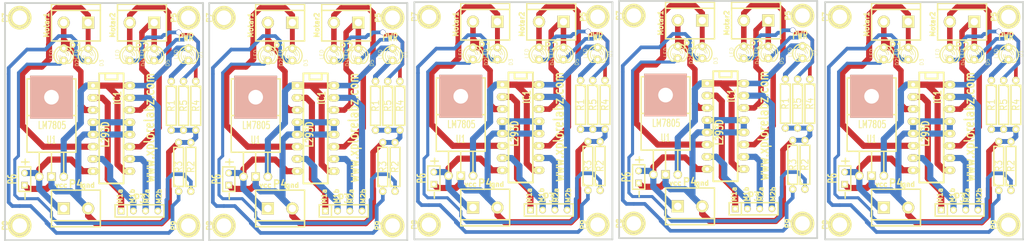
<source format=kicad_pcb>
(kicad_pcb (version 3) (host pcbnew "(2013-07-07 BZR 4022)-stable")
  (layers (15 Front signal) (0 Back signal) (18 B.Paste user) (19 F.Paste user) (20 B.SilkS user) (21 F.SilkS user) (22 B.Mask user) (23 F.Mask user) (28 Edge.Cuts user))
  (net 0 "")
  (net 1 /+5v)
  (net 2 /M1a)
  (net 3 /M1b)
  (net 4 /M2a)
  (net 5 /M2b)
  (net 6 /VCC1)
  (net 7 GND)
  (net 8 N-0000010)
  (net 9 N-000002)
  (net 10 N-000003)
  (net 11 N-000004)
  (net 12 N-000005)
  (net 13 N-000006)
  (net 14 N-000007)
  (net 15 N-000008)
  (net 16 N-000009)
  (module SIL-4 (layer Front) (at 480.441 72.009)
    (fp_text reference P3 (at 0 -2.54) (layer F.SilkS) (effects (font (size 1.73482 1.08712) (thickness 0.27178))))
    (fp_text value CONN_4 hide)
    (pad 1 thru_hole rect (at -3.81 0) (size 1.397 1.397) (drill 0.8128) (layers *.Cu *.Mask F.SilkS) (net 2 /M1a))
    (pad 2 thru_hole circle (at -1.27 0) (size 1.397 1.397) (drill 0.8128) (layers *.Cu *.Mask F.SilkS) (net 3 /M1b))
    (pad 3 thru_hole circle (at 1.27 0) (size 1.397 1.397) (drill 0.8128) (layers *.Cu *.Mask F.SilkS) (net 4 /M2a))
    (pad 4 thru_hole circle (at 3.81 0) (size 1.397 1.397) (drill 0.8128) (layers *.Cu *.Mask F.SilkS) (net 5 /M2b))
  )
  (module DIP-16__300_ELL (layer Front) (at 474.599 54.864 270)
    (fp_text reference IC1 (at -6.35 -1.27 270) (layer F.SilkS) (effects (font (size 1.524 1.143) (thickness 0.28702))))
    (fp_text value L293D (at 1.27 1.27 270) (layer F.SilkS) (effects (font (size 1.524 1.143) (thickness 0.28702))))
    (pad 1 thru_hole rect (at -8.89 3.81 270) (size 1.5748 2.286) (drill 0.8128) (layers *.Cu *.Mask F.SilkS) (net 1 /+5v))
    (pad 2 thru_hole oval (at -6.35 3.81 270) (size 1.5748 2.286) (drill 0.8128) (layers *.Cu *.Mask F.SilkS) (net 2 /M1a))
    (pad 3 thru_hole oval (at -3.81 3.81 270) (size 1.5748 2.286) (drill 0.8128) (layers *.Cu *.Mask F.SilkS) (net 13 N-000006))
    (pad 4 thru_hole oval (at -1.27 3.81 270) (size 1.5748 2.286) (drill 0.8128) (layers *.Cu *.Mask F.SilkS) (net 7 GND))
    (pad 5 thru_hole oval (at 1.27 3.81 270) (size 1.5748 2.286) (drill 0.8128) (layers *.Cu *.Mask F.SilkS) (net 7 GND))
    (pad 6 thru_hole oval (at 3.81 3.81 270) (size 1.5748 2.286) (drill 0.8128) (layers *.Cu *.Mask F.SilkS) (net 16 N-000009))
    (pad 7 thru_hole oval (at 6.35 3.81 270) (size 1.5748 2.286) (drill 0.8128) (layers *.Cu *.Mask F.SilkS) (net 3 /M1b))
    (pad 8 thru_hole oval (at 8.89 3.81 270) (size 1.5748 2.286) (drill 0.8128) (layers *.Cu *.Mask F.SilkS) (net 6 /VCC1))
    (pad 9 thru_hole oval (at 8.89 -3.81 270) (size 1.5748 2.286) (drill 0.8128) (layers *.Cu *.Mask F.SilkS) (net 1 /+5v))
    (pad 10 thru_hole oval (at 6.35 -3.81 270) (size 1.5748 2.286) (drill 0.8128) (layers *.Cu *.Mask F.SilkS) (net 4 /M2a))
    (pad 11 thru_hole oval (at 3.81 -3.81 270) (size 1.5748 2.286) (drill 0.8128) (layers *.Cu *.Mask F.SilkS) (net 15 N-000008))
    (pad 12 thru_hole oval (at 1.27 -3.81 270) (size 1.5748 2.286) (drill 0.8128) (layers *.Cu *.Mask F.SilkS) (net 7 GND))
    (pad 13 thru_hole oval (at -1.27 -3.81 270) (size 1.5748 2.286) (drill 0.8128) (layers *.Cu *.Mask F.SilkS) (net 7 GND))
    (pad 14 thru_hole oval (at -3.81 -3.81 270) (size 1.5748 2.286) (drill 0.8128) (layers *.Cu *.Mask F.SilkS) (net 14 N-000007))
    (pad 15 thru_hole oval (at -6.35 -3.81 270) (size 1.5748 2.286) (drill 0.8128) (layers *.Cu *.Mask F.SilkS) (net 5 /M2b))
    (pad 16 thru_hole oval (at -8.89 -3.81 270) (size 1.5748 2.286) (drill 0.8128) (layers *.Cu *.Mask F.SilkS) (net 1 /+5v))
  )
  (module bornier2 (layer Front) (at 467.233 32.893 180)
    (fp_text reference P1 (at 0 -5.08 180) (layer F.SilkS) (effects (font (size 1.524 1.524) (thickness 0.3048))))
    (fp_text value Motar1 hide)
    (pad 1 thru_hole rect (at -2.54 0 180) (size 2.54 2.54) (drill 1.524) (layers *.Cu *.Mask F.SilkS) (net 16 N-000009))
    (pad 2 thru_hole circle (at 2.54 0 180) (size 2.54 2.54) (drill 1.524) (layers *.Cu *.Mask F.SilkS) (net 13 N-000006))
  )
  (module bornier2 (layer Front) (at 480.949 32.893 180)
    (fp_text reference P2 (at 0 -5.08 180) (layer F.SilkS) (effects (font (size 1.524 1.524) (thickness 0.3048))))
    (fp_text value motar2 hide)
    (pad 1 thru_hole rect (at -2.54 0 180) (size 2.54 2.54) (drill 1.524) (layers *.Cu *.Mask F.SilkS) (net 14 N-000007))
    (pad 2 thru_hole circle (at 2.54 0 180) (size 2.54 2.54) (drill 1.524) (layers *.Cu *.Mask F.SilkS) (net 15 N-000008))
  )
  (module bornier2 (layer Front) (at 467.233 71.501)
    (fp_text reference P4 (at 0 -5.08) (layer F.SilkS) (effects (font (size 1.524 1.524) (thickness 0.3048))))
    (fp_text value CONN_2 hide)
    (pad 1 thru_hole rect (at -2.54 0) (size 2.54 2.54) (drill 1.524) (layers *.Cu *.Mask F.SilkS) (net 6 /VCC1))
    (pad 2 thru_hole circle (at 2.54 0) (size 2.54 2.54) (drill 1.524) (layers *.Cu *.Mask F.SilkS) (net 7 GND))
  )
  (module LM78XX (layer Front) (at 462.153 64.897 90)
    (fp_text reference U1 (at 7.62 0 180) (layer F.SilkS) (effects (font (size 1.524 1.016) (thickness 0.2032))))
    (fp_text value LM7805 (at 10.668 0.127 180) (layer F.SilkS) (effects (font (size 1.524 1.016) (thickness 0.2032))))
    (pad 4 thru_hole rect (at 16.51 0 90) (size 8.89 8.89) (drill 3.048) (layers *.Cu *.SilkS *.Mask))
    (pad VI thru_hole circle (at 0 -2.54 90) (size 1.778 1.778) (drill 1.143) (layers *.Cu *.Mask F.SilkS))
    (pad GND thru_hole rect (at 0 0 90) (size 1.778 1.778) (drill 1.143) (layers *.Cu *.Mask F.SilkS))
    (pad VO thru_hole circle (at 0 2.54 90) (size 1.778 1.778) (drill 1.143) (layers *.Cu *.Mask F.SilkS))
  )
  (module SIL-2 (layer Front) (at 456.565 65.405 90)
    (fp_text reference P6 (at 0 -2.54 90) (layer F.SilkS) (effects (font (size 1.72974 1.08712) (thickness 0.27178))))
    (fp_text value CONN_2 hide)
    (pad 1 thru_hole rect (at -1.27 0 90) (size 1.397 1.397) (drill 0.8128) (layers *.Cu *.Mask F.SilkS) (net 7 GND))
    (pad 2 thru_hole circle (at 1.27 0 90) (size 1.397 1.397) (drill 0.8128) (layers *.Cu *.Mask F.SilkS) (net 6 /VCC1))
  )
  (module R4 (layer Front) (at 487.045 50.165 270)
    (fp_text reference R1 (at 0 0 270) (layer F.SilkS) (effects (font (size 1.397 1.27) (thickness 0.2032))))
    (fp_text value R hide)
    (pad 1 thru_hole circle (at -5.08 0 270) (size 1.524 1.524) (drill 0.8128) (layers *.Cu *.Mask F.SilkS) (net 8 N-0000010))
    (pad 2 thru_hole circle (at 5.08 0 270) (size 1.524 1.524) (drill 0.8128) (layers *.Cu *.Mask F.SilkS) (net 7 GND))
  )
  (module LED-3MM (layer Front) (at 490.601 39.497 270)
    (fp_text reference D1 (at 0 -2.54 270) (layer F.SilkS) (effects (font (size 0.762 0.762) (thickness 0.0889))))
    (fp_text value LED (at 0 2.54 270) (layer F.SilkS) (effects (font (size 0.762 0.762) (thickness 0.0889))))
    (pad 1 thru_hole circle (at -1.27 0 270) (size 1.6764 1.6764) (drill 0.8128) (layers *.Cu F.Paste F.SilkS F.Mask) (net 1 /+5v))
    (pad 2 thru_hole circle (at 1.27 0 270) (size 1.6764 1.6764) (drill 0.8128) (layers *.Cu F.Paste F.SilkS F.Mask) (net 8 N-0000010))
  )
  (module 1pin (layer Front) (at 490.601 31.877 90)
    (fp_text reference P5 (at 0 -3.048 90) (layer F.SilkS) (effects (font (size 1.016 1.016) (thickness 0.254))))
    (fp_text value CONN_1 hide)
    (pad 1 thru_hole circle (at 0 0 90) (size 4.064 4.064) (drill 3.048) (layers *.Cu *.Mask F.SilkS))
  )
  (module 1pin (layer Front) (at 455.549 31.877 90)
    (fp_text reference P7 (at 0 -3.048 90) (layer F.SilkS) (effects (font (size 1.016 1.016) (thickness 0.254))))
    (fp_text value CONN_1 hide)
    (pad 1 thru_hole circle (at 0 0 90) (size 4.064 4.064) (drill 3.048) (layers *.Cu *.Mask F.SilkS))
  )
  (module 1pin (layer Front) (at 455.549 75.057 90)
    (fp_text reference P8 (at 0 -3.048 90) (layer F.SilkS) (effects (font (size 1.016 1.016) (thickness 0.254))))
    (fp_text value CONN_1 hide)
    (pad 1 thru_hole circle (at 0 0 90) (size 4.064 4.064) (drill 3.048) (layers *.Cu *.Mask F.SilkS))
  )
  (module 1pin (layer Front) (at 490.601 75.057 90)
    (fp_text reference P9 (at 0 -3.048 90) (layer F.SilkS) (effects (font (size 1.016 1.016) (thickness 0.254))))
    (fp_text value CONN_1 hide)
    (pad 1 thru_hole circle (at 0 0 90) (size 4.064 4.064) (drill 3.048) (layers *.Cu *.Mask F.SilkS))
  )
  (module R4 (layer Front) (at 489.585 50.165 270)
    (fp_text reference R5 (at 0 0 270) (layer F.SilkS) (effects (font (size 1.397 1.27) (thickness 0.2032))))
    (fp_text value R hide)
    (pad 1 thru_hole circle (at -5.08 0 270) (size 1.524 1.524) (drill 0.8128) (layers *.Cu *.Mask F.SilkS) (net 12 N-000005))
    (pad 2 thru_hole circle (at 5.08 0 270) (size 1.524 1.524) (drill 0.8128) (layers *.Cu *.Mask F.SilkS) (net 7 GND))
  )
  (module R4 (layer Front) (at 492.125 50.165 270)
    (fp_text reference R4 (at 0 0 270) (layer F.SilkS) (effects (font (size 1.397 1.27) (thickness 0.2032))))
    (fp_text value R hide)
    (pad 1 thru_hole circle (at -5.08 0 270) (size 1.524 1.524) (drill 0.8128) (layers *.Cu *.Mask F.SilkS) (net 11 N-000004))
    (pad 2 thru_hole circle (at 5.08 0 270) (size 1.524 1.524) (drill 0.8128) (layers *.Cu *.Mask F.SilkS) (net 7 GND))
  )
  (module R4 (layer Front) (at 488.569 62.865 90)
    (fp_text reference R3 (at 0 0 90) (layer F.SilkS) (effects (font (size 1.397 1.27) (thickness 0.2032))))
    (fp_text value R hide)
    (pad 1 thru_hole circle (at -5.08 0 90) (size 1.524 1.524) (drill 0.8128) (layers *.Cu *.Mask F.SilkS) (net 10 N-000003))
    (pad 2 thru_hole circle (at 5.08 0 90) (size 1.524 1.524) (drill 0.8128) (layers *.Cu *.Mask F.SilkS) (net 7 GND))
  )
  (module R4 (layer Front) (at 491.109 62.865 90)
    (fp_text reference R2 (at 0 0 90) (layer F.SilkS) (effects (font (size 1.397 1.27) (thickness 0.2032))))
    (fp_text value R hide)
    (pad 1 thru_hole circle (at -5.08 0 90) (size 1.524 1.524) (drill 0.8128) (layers *.Cu *.Mask F.SilkS) (net 9 N-000002))
    (pad 2 thru_hole circle (at 5.08 0 90) (size 1.524 1.524) (drill 0.8128) (layers *.Cu *.Mask F.SilkS) (net 7 GND))
  )
  (module LED-3MM (layer Front) (at 464.693 39.497 270)
    (fp_text reference D2 (at 1.778 -2.794 270) (layer F.SilkS) (effects (font (size 0.762 0.762) (thickness 0.0889))))
    (fp_text value LED (at 0 2.54 270) (layer F.SilkS) (effects (font (size 0.762 0.762) (thickness 0.0889))))
    (pad 1 thru_hole circle (at -1.27 0 270) (size 1.6764 1.6764) (drill 0.8128) (layers *.Cu *.Mask F.SilkS) (net 13 N-000006))
    (pad 2 thru_hole circle (at 1.27 0 270) (size 1.6764 1.6764) (drill 0.8128) (layers *.Cu *.Mask F.SilkS) (net 9 N-000002))
  )
  (module LED-3MM (layer Front) (at 469.773 39.497 270)
    (fp_text reference D3 (at 1.778 -2.794 270) (layer F.SilkS) (effects (font (size 0.762 0.762) (thickness 0.0889))))
    (fp_text value LED (at 0 2.54 270) (layer F.SilkS) (effects (font (size 0.762 0.762) (thickness 0.0889))))
    (pad 1 thru_hole circle (at -1.27 0 270) (size 1.6764 1.6764) (drill 0.8128) (layers *.Cu *.Mask F.SilkS) (net 16 N-000009))
    (pad 2 thru_hole circle (at 1.27 0 270) (size 1.6764 1.6764) (drill 0.8128) (layers *.Cu *.Mask F.SilkS) (net 10 N-000003))
  )
  (module LED-3MM (layer Front) (at 478.409 39.497 270)
    (fp_text reference D4 (at 1.778 -2.794 270) (layer F.SilkS) (effects (font (size 0.762 0.762) (thickness 0.0889))))
    (fp_text value LED (at 0 2.54 270) (layer F.SilkS) (effects (font (size 0.762 0.762) (thickness 0.0889))))
    (pad 1 thru_hole circle (at -1.27 0 270) (size 1.6764 1.6764) (drill 0.8128) (layers *.Cu *.Mask F.SilkS) (net 15 N-000008))
    (pad 2 thru_hole circle (at 1.27 0 270) (size 1.6764 1.6764) (drill 0.8128) (layers *.Cu *.Mask F.SilkS) (net 11 N-000004))
  )
  (module LED-3MM (layer Front) (at 483.489 39.497 270)
    (fp_text reference D5 (at 1.778 -2.794 270) (layer F.SilkS) (effects (font (size 0.762 0.762) (thickness 0.0889))))
    (fp_text value LED (at 0 2.54 270) (layer F.SilkS) (effects (font (size 0.762 0.762) (thickness 0.0889))))
    (pad 1 thru_hole circle (at -1.27 0 270) (size 1.6764 1.6764) (drill 0.8128) (layers *.Cu *.Mask F.SilkS) (net 14 N-000007))
    (pad 2 thru_hole circle (at 1.27 0 270) (size 1.6764 1.6764) (drill 0.8128) (layers *.Cu *.Mask F.SilkS) (net 12 N-000005))
  )
  (module SIL-4 (layer Front) (at 395.2875 72.4535)
    (fp_text reference P3 (at 0 -2.54) (layer F.SilkS) (effects (font (size 1.73482 1.08712) (thickness 0.27178))))
    (fp_text value CONN_4 hide)
    (pad 1 thru_hole rect (at -3.81 0) (size 1.397 1.397) (drill 0.8128) (layers *.Cu *.Mask F.SilkS) (net 2 /M1a))
    (pad 2 thru_hole circle (at -1.27 0) (size 1.397 1.397) (drill 0.8128) (layers *.Cu *.Mask F.SilkS) (net 3 /M1b))
    (pad 3 thru_hole circle (at 1.27 0) (size 1.397 1.397) (drill 0.8128) (layers *.Cu *.Mask F.SilkS) (net 4 /M2a))
    (pad 4 thru_hole circle (at 3.81 0) (size 1.397 1.397) (drill 0.8128) (layers *.Cu *.Mask F.SilkS) (net 5 /M2b))
  )
  (module DIP-16__300_ELL (layer Front) (at 389.4455 55.3085 270)
    (fp_text reference IC1 (at -6.35 -1.27 270) (layer F.SilkS) (effects (font (size 1.524 1.143) (thickness 0.28702))))
    (fp_text value L293D (at 1.27 1.27 270) (layer F.SilkS) (effects (font (size 1.524 1.143) (thickness 0.28702))))
    (pad 1 thru_hole rect (at -8.89 3.81 270) (size 1.5748 2.286) (drill 0.8128) (layers *.Cu *.Mask F.SilkS) (net 1 /+5v))
    (pad 2 thru_hole oval (at -6.35 3.81 270) (size 1.5748 2.286) (drill 0.8128) (layers *.Cu *.Mask F.SilkS) (net 2 /M1a))
    (pad 3 thru_hole oval (at -3.81 3.81 270) (size 1.5748 2.286) (drill 0.8128) (layers *.Cu *.Mask F.SilkS) (net 13 N-000006))
    (pad 4 thru_hole oval (at -1.27 3.81 270) (size 1.5748 2.286) (drill 0.8128) (layers *.Cu *.Mask F.SilkS) (net 7 GND))
    (pad 5 thru_hole oval (at 1.27 3.81 270) (size 1.5748 2.286) (drill 0.8128) (layers *.Cu *.Mask F.SilkS) (net 7 GND))
    (pad 6 thru_hole oval (at 3.81 3.81 270) (size 1.5748 2.286) (drill 0.8128) (layers *.Cu *.Mask F.SilkS) (net 16 N-000009))
    (pad 7 thru_hole oval (at 6.35 3.81 270) (size 1.5748 2.286) (drill 0.8128) (layers *.Cu *.Mask F.SilkS) (net 3 /M1b))
    (pad 8 thru_hole oval (at 8.89 3.81 270) (size 1.5748 2.286) (drill 0.8128) (layers *.Cu *.Mask F.SilkS) (net 6 /VCC1))
    (pad 9 thru_hole oval (at 8.89 -3.81 270) (size 1.5748 2.286) (drill 0.8128) (layers *.Cu *.Mask F.SilkS) (net 1 /+5v))
    (pad 10 thru_hole oval (at 6.35 -3.81 270) (size 1.5748 2.286) (drill 0.8128) (layers *.Cu *.Mask F.SilkS) (net 4 /M2a))
    (pad 11 thru_hole oval (at 3.81 -3.81 270) (size 1.5748 2.286) (drill 0.8128) (layers *.Cu *.Mask F.SilkS) (net 15 N-000008))
    (pad 12 thru_hole oval (at 1.27 -3.81 270) (size 1.5748 2.286) (drill 0.8128) (layers *.Cu *.Mask F.SilkS) (net 7 GND))
    (pad 13 thru_hole oval (at -1.27 -3.81 270) (size 1.5748 2.286) (drill 0.8128) (layers *.Cu *.Mask F.SilkS) (net 7 GND))
    (pad 14 thru_hole oval (at -3.81 -3.81 270) (size 1.5748 2.286) (drill 0.8128) (layers *.Cu *.Mask F.SilkS) (net 14 N-000007))
    (pad 15 thru_hole oval (at -6.35 -3.81 270) (size 1.5748 2.286) (drill 0.8128) (layers *.Cu *.Mask F.SilkS) (net 5 /M2b))
    (pad 16 thru_hole oval (at -8.89 -3.81 270) (size 1.5748 2.286) (drill 0.8128) (layers *.Cu *.Mask F.SilkS) (net 1 /+5v))
  )
  (module bornier2 (layer Front) (at 382.0795 33.3375 180)
    (fp_text reference P1 (at 0 -5.08 180) (layer F.SilkS) (effects (font (size 1.524 1.524) (thickness 0.3048))))
    (fp_text value Motar1 hide)
    (pad 1 thru_hole rect (at -2.54 0 180) (size 2.54 2.54) (drill 1.524) (layers *.Cu *.Mask F.SilkS) (net 16 N-000009))
    (pad 2 thru_hole circle (at 2.54 0 180) (size 2.54 2.54) (drill 1.524) (layers *.Cu *.Mask F.SilkS) (net 13 N-000006))
  )
  (module bornier2 (layer Front) (at 395.7955 33.3375 180)
    (fp_text reference P2 (at 0 -5.08 180) (layer F.SilkS) (effects (font (size 1.524 1.524) (thickness 0.3048))))
    (fp_text value motar2 hide)
    (pad 1 thru_hole rect (at -2.54 0 180) (size 2.54 2.54) (drill 1.524) (layers *.Cu *.Mask F.SilkS) (net 14 N-000007))
    (pad 2 thru_hole circle (at 2.54 0 180) (size 2.54 2.54) (drill 1.524) (layers *.Cu *.Mask F.SilkS) (net 15 N-000008))
  )
  (module bornier2 (layer Front) (at 382.0795 71.9455)
    (fp_text reference P4 (at 0 -5.08) (layer F.SilkS) (effects (font (size 1.524 1.524) (thickness 0.3048))))
    (fp_text value CONN_2 hide)
    (pad 1 thru_hole rect (at -2.54 0) (size 2.54 2.54) (drill 1.524) (layers *.Cu *.Mask F.SilkS) (net 6 /VCC1))
    (pad 2 thru_hole circle (at 2.54 0) (size 2.54 2.54) (drill 1.524) (layers *.Cu *.Mask F.SilkS) (net 7 GND))
  )
  (module LM78XX (layer Front) (at 376.9995 65.3415 90)
    (fp_text reference U1 (at 7.62 0 180) (layer F.SilkS) (effects (font (size 1.524 1.016) (thickness 0.2032))))
    (fp_text value LM7805 (at 10.668 0.127 180) (layer F.SilkS) (effects (font (size 1.524 1.016) (thickness 0.2032))))
    (pad 4 thru_hole rect (at 16.51 0 90) (size 8.89 8.89) (drill 3.048) (layers *.Cu *.SilkS *.Mask))
    (pad VI thru_hole circle (at 0 -2.54 90) (size 1.778 1.778) (drill 1.143) (layers *.Cu *.Mask F.SilkS))
    (pad GND thru_hole rect (at 0 0 90) (size 1.778 1.778) (drill 1.143) (layers *.Cu *.Mask F.SilkS))
    (pad VO thru_hole circle (at 0 2.54 90) (size 1.778 1.778) (drill 1.143) (layers *.Cu *.Mask F.SilkS))
  )
  (module SIL-2 (layer Front) (at 371.4115 65.8495 90)
    (fp_text reference P6 (at 0 -2.54 90) (layer F.SilkS) (effects (font (size 1.72974 1.08712) (thickness 0.27178))))
    (fp_text value CONN_2 hide)
    (pad 1 thru_hole rect (at -1.27 0 90) (size 1.397 1.397) (drill 0.8128) (layers *.Cu *.Mask F.SilkS) (net 7 GND))
    (pad 2 thru_hole circle (at 1.27 0 90) (size 1.397 1.397) (drill 0.8128) (layers *.Cu *.Mask F.SilkS) (net 6 /VCC1))
  )
  (module R4 (layer Front) (at 401.8915 50.6095 270)
    (fp_text reference R1 (at 0 0 270) (layer F.SilkS) (effects (font (size 1.397 1.27) (thickness 0.2032))))
    (fp_text value R hide)
    (pad 1 thru_hole circle (at -5.08 0 270) (size 1.524 1.524) (drill 0.8128) (layers *.Cu *.Mask F.SilkS) (net 8 N-0000010))
    (pad 2 thru_hole circle (at 5.08 0 270) (size 1.524 1.524) (drill 0.8128) (layers *.Cu *.Mask F.SilkS) (net 7 GND))
  )
  (module LED-3MM (layer Front) (at 405.4475 39.9415 270)
    (fp_text reference D1 (at 0 -2.54 270) (layer F.SilkS) (effects (font (size 0.762 0.762) (thickness 0.0889))))
    (fp_text value LED (at 0 2.54 270) (layer F.SilkS) (effects (font (size 0.762 0.762) (thickness 0.0889))))
    (pad 1 thru_hole circle (at -1.27 0 270) (size 1.6764 1.6764) (drill 0.8128) (layers *.Cu F.Paste F.SilkS F.Mask) (net 1 /+5v))
    (pad 2 thru_hole circle (at 1.27 0 270) (size 1.6764 1.6764) (drill 0.8128) (layers *.Cu F.Paste F.SilkS F.Mask) (net 8 N-0000010))
  )
  (module 1pin (layer Front) (at 405.4475 32.3215 90)
    (fp_text reference P5 (at 0 -3.048 90) (layer F.SilkS) (effects (font (size 1.016 1.016) (thickness 0.254))))
    (fp_text value CONN_1 hide)
    (pad 1 thru_hole circle (at 0 0 90) (size 4.064 4.064) (drill 3.048) (layers *.Cu *.Mask F.SilkS))
  )
  (module 1pin (layer Front) (at 370.3955 32.3215 90)
    (fp_text reference P7 (at 0 -3.048 90) (layer F.SilkS) (effects (font (size 1.016 1.016) (thickness 0.254))))
    (fp_text value CONN_1 hide)
    (pad 1 thru_hole circle (at 0 0 90) (size 4.064 4.064) (drill 3.048) (layers *.Cu *.Mask F.SilkS))
  )
  (module 1pin (layer Front) (at 370.3955 75.5015 90)
    (fp_text reference P8 (at 0 -3.048 90) (layer F.SilkS) (effects (font (size 1.016 1.016) (thickness 0.254))))
    (fp_text value CONN_1 hide)
    (pad 1 thru_hole circle (at 0 0 90) (size 4.064 4.064) (drill 3.048) (layers *.Cu *.Mask F.SilkS))
  )
  (module 1pin (layer Front) (at 405.4475 75.5015 90)
    (fp_text reference P9 (at 0 -3.048 90) (layer F.SilkS) (effects (font (size 1.016 1.016) (thickness 0.254))))
    (fp_text value CONN_1 hide)
    (pad 1 thru_hole circle (at 0 0 90) (size 4.064 4.064) (drill 3.048) (layers *.Cu *.Mask F.SilkS))
  )
  (module R4 (layer Front) (at 404.4315 50.6095 270)
    (fp_text reference R5 (at 0 0 270) (layer F.SilkS) (effects (font (size 1.397 1.27) (thickness 0.2032))))
    (fp_text value R hide)
    (pad 1 thru_hole circle (at -5.08 0 270) (size 1.524 1.524) (drill 0.8128) (layers *.Cu *.Mask F.SilkS) (net 12 N-000005))
    (pad 2 thru_hole circle (at 5.08 0 270) (size 1.524 1.524) (drill 0.8128) (layers *.Cu *.Mask F.SilkS) (net 7 GND))
  )
  (module R4 (layer Front) (at 406.9715 50.6095 270)
    (fp_text reference R4 (at 0 0 270) (layer F.SilkS) (effects (font (size 1.397 1.27) (thickness 0.2032))))
    (fp_text value R hide)
    (pad 1 thru_hole circle (at -5.08 0 270) (size 1.524 1.524) (drill 0.8128) (layers *.Cu *.Mask F.SilkS) (net 11 N-000004))
    (pad 2 thru_hole circle (at 5.08 0 270) (size 1.524 1.524) (drill 0.8128) (layers *.Cu *.Mask F.SilkS) (net 7 GND))
  )
  (module R4 (layer Front) (at 403.4155 63.3095 90)
    (fp_text reference R3 (at 0 0 90) (layer F.SilkS) (effects (font (size 1.397 1.27) (thickness 0.2032))))
    (fp_text value R hide)
    (pad 1 thru_hole circle (at -5.08 0 90) (size 1.524 1.524) (drill 0.8128) (layers *.Cu *.Mask F.SilkS) (net 10 N-000003))
    (pad 2 thru_hole circle (at 5.08 0 90) (size 1.524 1.524) (drill 0.8128) (layers *.Cu *.Mask F.SilkS) (net 7 GND))
  )
  (module R4 (layer Front) (at 405.9555 63.3095 90)
    (fp_text reference R2 (at 0 0 90) (layer F.SilkS) (effects (font (size 1.397 1.27) (thickness 0.2032))))
    (fp_text value R hide)
    (pad 1 thru_hole circle (at -5.08 0 90) (size 1.524 1.524) (drill 0.8128) (layers *.Cu *.Mask F.SilkS) (net 9 N-000002))
    (pad 2 thru_hole circle (at 5.08 0 90) (size 1.524 1.524) (drill 0.8128) (layers *.Cu *.Mask F.SilkS) (net 7 GND))
  )
  (module LED-3MM (layer Front) (at 379.5395 39.9415 270)
    (fp_text reference D2 (at 1.778 -2.794 270) (layer F.SilkS) (effects (font (size 0.762 0.762) (thickness 0.0889))))
    (fp_text value LED (at 0 2.54 270) (layer F.SilkS) (effects (font (size 0.762 0.762) (thickness 0.0889))))
    (pad 1 thru_hole circle (at -1.27 0 270) (size 1.6764 1.6764) (drill 0.8128) (layers *.Cu *.Mask F.SilkS) (net 13 N-000006))
    (pad 2 thru_hole circle (at 1.27 0 270) (size 1.6764 1.6764) (drill 0.8128) (layers *.Cu *.Mask F.SilkS) (net 9 N-000002))
  )
  (module LED-3MM (layer Front) (at 384.6195 39.9415 270)
    (fp_text reference D3 (at 1.778 -2.794 270) (layer F.SilkS) (effects (font (size 0.762 0.762) (thickness 0.0889))))
    (fp_text value LED (at 0 2.54 270) (layer F.SilkS) (effects (font (size 0.762 0.762) (thickness 0.0889))))
    (pad 1 thru_hole circle (at -1.27 0 270) (size 1.6764 1.6764) (drill 0.8128) (layers *.Cu *.Mask F.SilkS) (net 16 N-000009))
    (pad 2 thru_hole circle (at 1.27 0 270) (size 1.6764 1.6764) (drill 0.8128) (layers *.Cu *.Mask F.SilkS) (net 10 N-000003))
  )
  (module LED-3MM (layer Front) (at 393.2555 39.9415 270)
    (fp_text reference D4 (at 1.778 -2.794 270) (layer F.SilkS) (effects (font (size 0.762 0.762) (thickness 0.0889))))
    (fp_text value LED (at 0 2.54 270) (layer F.SilkS) (effects (font (size 0.762 0.762) (thickness 0.0889))))
    (pad 1 thru_hole circle (at -1.27 0 270) (size 1.6764 1.6764) (drill 0.8128) (layers *.Cu *.Mask F.SilkS) (net 15 N-000008))
    (pad 2 thru_hole circle (at 1.27 0 270) (size 1.6764 1.6764) (drill 0.8128) (layers *.Cu *.Mask F.SilkS) (net 11 N-000004))
  )
  (module LED-3MM (layer Front) (at 398.3355 39.9415 270)
    (fp_text reference D5 (at 1.778 -2.794 270) (layer F.SilkS) (effects (font (size 0.762 0.762) (thickness 0.0889))))
    (fp_text value LED (at 0 2.54 270) (layer F.SilkS) (effects (font (size 0.762 0.762) (thickness 0.0889))))
    (pad 1 thru_hole circle (at -1.27 0 270) (size 1.6764 1.6764) (drill 0.8128) (layers *.Cu *.Mask F.SilkS) (net 14 N-000007))
    (pad 2 thru_hole circle (at 1.27 0 270) (size 1.6764 1.6764) (drill 0.8128) (layers *.Cu *.Mask F.SilkS) (net 12 N-000005))
  )
  (module SIL-4 (layer Front) (at 523.24 72.263)
    (fp_text reference P3 (at 0 -2.54) (layer F.SilkS) (effects (font (size 1.73482 1.08712) (thickness 0.27178))))
    (fp_text value CONN_4 hide)
    (pad 1 thru_hole rect (at -3.81 0) (size 1.397 1.397) (drill 0.8128) (layers *.Cu *.Mask F.SilkS) (net 2 /M1a))
    (pad 2 thru_hole circle (at -1.27 0) (size 1.397 1.397) (drill 0.8128) (layers *.Cu *.Mask F.SilkS) (net 3 /M1b))
    (pad 3 thru_hole circle (at 1.27 0) (size 1.397 1.397) (drill 0.8128) (layers *.Cu *.Mask F.SilkS) (net 4 /M2a))
    (pad 4 thru_hole circle (at 3.81 0) (size 1.397 1.397) (drill 0.8128) (layers *.Cu *.Mask F.SilkS) (net 5 /M2b))
  )
  (module DIP-16__300_ELL (layer Front) (at 517.398 55.118 270)
    (fp_text reference IC1 (at -6.35 -1.27 270) (layer F.SilkS) (effects (font (size 1.524 1.143) (thickness 0.28702))))
    (fp_text value L293D (at 1.27 1.27 270) (layer F.SilkS) (effects (font (size 1.524 1.143) (thickness 0.28702))))
    (pad 1 thru_hole rect (at -8.89 3.81 270) (size 1.5748 2.286) (drill 0.8128) (layers *.Cu *.Mask F.SilkS) (net 1 /+5v))
    (pad 2 thru_hole oval (at -6.35 3.81 270) (size 1.5748 2.286) (drill 0.8128) (layers *.Cu *.Mask F.SilkS) (net 2 /M1a))
    (pad 3 thru_hole oval (at -3.81 3.81 270) (size 1.5748 2.286) (drill 0.8128) (layers *.Cu *.Mask F.SilkS) (net 13 N-000006))
    (pad 4 thru_hole oval (at -1.27 3.81 270) (size 1.5748 2.286) (drill 0.8128) (layers *.Cu *.Mask F.SilkS) (net 7 GND))
    (pad 5 thru_hole oval (at 1.27 3.81 270) (size 1.5748 2.286) (drill 0.8128) (layers *.Cu *.Mask F.SilkS) (net 7 GND))
    (pad 6 thru_hole oval (at 3.81 3.81 270) (size 1.5748 2.286) (drill 0.8128) (layers *.Cu *.Mask F.SilkS) (net 16 N-000009))
    (pad 7 thru_hole oval (at 6.35 3.81 270) (size 1.5748 2.286) (drill 0.8128) (layers *.Cu *.Mask F.SilkS) (net 3 /M1b))
    (pad 8 thru_hole oval (at 8.89 3.81 270) (size 1.5748 2.286) (drill 0.8128) (layers *.Cu *.Mask F.SilkS) (net 6 /VCC1))
    (pad 9 thru_hole oval (at 8.89 -3.81 270) (size 1.5748 2.286) (drill 0.8128) (layers *.Cu *.Mask F.SilkS) (net 1 /+5v))
    (pad 10 thru_hole oval (at 6.35 -3.81 270) (size 1.5748 2.286) (drill 0.8128) (layers *.Cu *.Mask F.SilkS) (net 4 /M2a))
    (pad 11 thru_hole oval (at 3.81 -3.81 270) (size 1.5748 2.286) (drill 0.8128) (layers *.Cu *.Mask F.SilkS) (net 15 N-000008))
    (pad 12 thru_hole oval (at 1.27 -3.81 270) (size 1.5748 2.286) (drill 0.8128) (layers *.Cu *.Mask F.SilkS) (net 7 GND))
    (pad 13 thru_hole oval (at -1.27 -3.81 270) (size 1.5748 2.286) (drill 0.8128) (layers *.Cu *.Mask F.SilkS) (net 7 GND))
    (pad 14 thru_hole oval (at -3.81 -3.81 270) (size 1.5748 2.286) (drill 0.8128) (layers *.Cu *.Mask F.SilkS) (net 14 N-000007))
    (pad 15 thru_hole oval (at -6.35 -3.81 270) (size 1.5748 2.286) (drill 0.8128) (layers *.Cu *.Mask F.SilkS) (net 5 /M2b))
    (pad 16 thru_hole oval (at -8.89 -3.81 270) (size 1.5748 2.286) (drill 0.8128) (layers *.Cu *.Mask F.SilkS) (net 1 /+5v))
  )
  (module bornier2 (layer Front) (at 510.032 33.147 180)
    (fp_text reference P1 (at 0 -5.08 180) (layer F.SilkS) (effects (font (size 1.524 1.524) (thickness 0.3048))))
    (fp_text value Motar1 hide)
    (pad 1 thru_hole rect (at -2.54 0 180) (size 2.54 2.54) (drill 1.524) (layers *.Cu *.Mask F.SilkS) (net 16 N-000009))
    (pad 2 thru_hole circle (at 2.54 0 180) (size 2.54 2.54) (drill 1.524) (layers *.Cu *.Mask F.SilkS) (net 13 N-000006))
  )
  (module bornier2 (layer Front) (at 523.748 33.147 180)
    (fp_text reference P2 (at 0 -5.08 180) (layer F.SilkS) (effects (font (size 1.524 1.524) (thickness 0.3048))))
    (fp_text value motar2 hide)
    (pad 1 thru_hole rect (at -2.54 0 180) (size 2.54 2.54) (drill 1.524) (layers *.Cu *.Mask F.SilkS) (net 14 N-000007))
    (pad 2 thru_hole circle (at 2.54 0 180) (size 2.54 2.54) (drill 1.524) (layers *.Cu *.Mask F.SilkS) (net 15 N-000008))
  )
  (module bornier2 (layer Front) (at 510.032 71.755)
    (fp_text reference P4 (at 0 -5.08) (layer F.SilkS) (effects (font (size 1.524 1.524) (thickness 0.3048))))
    (fp_text value CONN_2 hide)
    (pad 1 thru_hole rect (at -2.54 0) (size 2.54 2.54) (drill 1.524) (layers *.Cu *.Mask F.SilkS) (net 6 /VCC1))
    (pad 2 thru_hole circle (at 2.54 0) (size 2.54 2.54) (drill 1.524) (layers *.Cu *.Mask F.SilkS) (net 7 GND))
  )
  (module LM78XX (layer Front) (at 504.952 65.151 90)
    (fp_text reference U1 (at 7.62 0 180) (layer F.SilkS) (effects (font (size 1.524 1.016) (thickness 0.2032))))
    (fp_text value LM7805 (at 10.668 0.127 180) (layer F.SilkS) (effects (font (size 1.524 1.016) (thickness 0.2032))))
    (pad 4 thru_hole rect (at 16.51 0 90) (size 8.89 8.89) (drill 3.048) (layers *.Cu *.SilkS *.Mask))
    (pad VI thru_hole circle (at 0 -2.54 90) (size 1.778 1.778) (drill 1.143) (layers *.Cu *.Mask F.SilkS))
    (pad GND thru_hole rect (at 0 0 90) (size 1.778 1.778) (drill 1.143) (layers *.Cu *.Mask F.SilkS))
    (pad VO thru_hole circle (at 0 2.54 90) (size 1.778 1.778) (drill 1.143) (layers *.Cu *.Mask F.SilkS))
  )
  (module SIL-2 (layer Front) (at 499.364 65.659 90)
    (fp_text reference P6 (at 0 -2.54 90) (layer F.SilkS) (effects (font (size 1.72974 1.08712) (thickness 0.27178))))
    (fp_text value CONN_2 hide)
    (pad 1 thru_hole rect (at -1.27 0 90) (size 1.397 1.397) (drill 0.8128) (layers *.Cu *.Mask F.SilkS) (net 7 GND))
    (pad 2 thru_hole circle (at 1.27 0 90) (size 1.397 1.397) (drill 0.8128) (layers *.Cu *.Mask F.SilkS) (net 6 /VCC1))
  )
  (module R4 (layer Front) (at 529.844 50.419 270)
    (fp_text reference R1 (at 0 0 270) (layer F.SilkS) (effects (font (size 1.397 1.27) (thickness 0.2032))))
    (fp_text value R hide)
    (pad 1 thru_hole circle (at -5.08 0 270) (size 1.524 1.524) (drill 0.8128) (layers *.Cu *.Mask F.SilkS) (net 8 N-0000010))
    (pad 2 thru_hole circle (at 5.08 0 270) (size 1.524 1.524) (drill 0.8128) (layers *.Cu *.Mask F.SilkS) (net 7 GND))
  )
  (module LED-3MM (layer Front) (at 533.4 39.751 270)
    (fp_text reference D1 (at 0 -2.54 270) (layer F.SilkS) (effects (font (size 0.762 0.762) (thickness 0.0889))))
    (fp_text value LED (at 0 2.54 270) (layer F.SilkS) (effects (font (size 0.762 0.762) (thickness 0.0889))))
    (pad 1 thru_hole circle (at -1.27 0 270) (size 1.6764 1.6764) (drill 0.8128) (layers *.Cu F.Paste F.SilkS F.Mask) (net 1 /+5v))
    (pad 2 thru_hole circle (at 1.27 0 270) (size 1.6764 1.6764) (drill 0.8128) (layers *.Cu F.Paste F.SilkS F.Mask) (net 8 N-0000010))
  )
  (module 1pin (layer Front) (at 533.4 32.131 90)
    (fp_text reference P5 (at 0 -3.048 90) (layer F.SilkS) (effects (font (size 1.016 1.016) (thickness 0.254))))
    (fp_text value CONN_1 hide)
    (pad 1 thru_hole circle (at 0 0 90) (size 4.064 4.064) (drill 3.048) (layers *.Cu *.Mask F.SilkS))
  )
  (module 1pin (layer Front) (at 498.348 32.131 90)
    (fp_text reference P7 (at 0 -3.048 90) (layer F.SilkS) (effects (font (size 1.016 1.016) (thickness 0.254))))
    (fp_text value CONN_1 hide)
    (pad 1 thru_hole circle (at 0 0 90) (size 4.064 4.064) (drill 3.048) (layers *.Cu *.Mask F.SilkS))
  )
  (module 1pin (layer Front) (at 498.348 75.311 90)
    (fp_text reference P8 (at 0 -3.048 90) (layer F.SilkS) (effects (font (size 1.016 1.016) (thickness 0.254))))
    (fp_text value CONN_1 hide)
    (pad 1 thru_hole circle (at 0 0 90) (size 4.064 4.064) (drill 3.048) (layers *.Cu *.Mask F.SilkS))
  )
  (module 1pin (layer Front) (at 533.4 75.311 90)
    (fp_text reference P9 (at 0 -3.048 90) (layer F.SilkS) (effects (font (size 1.016 1.016) (thickness 0.254))))
    (fp_text value CONN_1 hide)
    (pad 1 thru_hole circle (at 0 0 90) (size 4.064 4.064) (drill 3.048) (layers *.Cu *.Mask F.SilkS))
  )
  (module R4 (layer Front) (at 532.384 50.419 270)
    (fp_text reference R5 (at 0 0 270) (layer F.SilkS) (effects (font (size 1.397 1.27) (thickness 0.2032))))
    (fp_text value R hide)
    (pad 1 thru_hole circle (at -5.08 0 270) (size 1.524 1.524) (drill 0.8128) (layers *.Cu *.Mask F.SilkS) (net 12 N-000005))
    (pad 2 thru_hole circle (at 5.08 0 270) (size 1.524 1.524) (drill 0.8128) (layers *.Cu *.Mask F.SilkS) (net 7 GND))
  )
  (module R4 (layer Front) (at 534.924 50.419 270)
    (fp_text reference R4 (at 0 0 270) (layer F.SilkS) (effects (font (size 1.397 1.27) (thickness 0.2032))))
    (fp_text value R hide)
    (pad 1 thru_hole circle (at -5.08 0 270) (size 1.524 1.524) (drill 0.8128) (layers *.Cu *.Mask F.SilkS) (net 11 N-000004))
    (pad 2 thru_hole circle (at 5.08 0 270) (size 1.524 1.524) (drill 0.8128) (layers *.Cu *.Mask F.SilkS) (net 7 GND))
  )
  (module R4 (layer Front) (at 531.368 63.119 90)
    (fp_text reference R3 (at 0 0 90) (layer F.SilkS) (effects (font (size 1.397 1.27) (thickness 0.2032))))
    (fp_text value R hide)
    (pad 1 thru_hole circle (at -5.08 0 90) (size 1.524 1.524) (drill 0.8128) (layers *.Cu *.Mask F.SilkS) (net 10 N-000003))
    (pad 2 thru_hole circle (at 5.08 0 90) (size 1.524 1.524) (drill 0.8128) (layers *.Cu *.Mask F.SilkS) (net 7 GND))
  )
  (module R4 (layer Front) (at 533.908 63.119 90)
    (fp_text reference R2 (at 0 0 90) (layer F.SilkS) (effects (font (size 1.397 1.27) (thickness 0.2032))))
    (fp_text value R hide)
    (pad 1 thru_hole circle (at -5.08 0 90) (size 1.524 1.524) (drill 0.8128) (layers *.Cu *.Mask F.SilkS) (net 9 N-000002))
    (pad 2 thru_hole circle (at 5.08 0 90) (size 1.524 1.524) (drill 0.8128) (layers *.Cu *.Mask F.SilkS) (net 7 GND))
  )
  (module LED-3MM (layer Front) (at 507.492 39.751 270)
    (fp_text reference D2 (at 1.778 -2.794 270) (layer F.SilkS) (effects (font (size 0.762 0.762) (thickness 0.0889))))
    (fp_text value LED (at 0 2.54 270) (layer F.SilkS) (effects (font (size 0.762 0.762) (thickness 0.0889))))
    (pad 1 thru_hole circle (at -1.27 0 270) (size 1.6764 1.6764) (drill 0.8128) (layers *.Cu *.Mask F.SilkS) (net 13 N-000006))
    (pad 2 thru_hole circle (at 1.27 0 270) (size 1.6764 1.6764) (drill 0.8128) (layers *.Cu *.Mask F.SilkS) (net 9 N-000002))
  )
  (module LED-3MM (layer Front) (at 512.572 39.751 270)
    (fp_text reference D3 (at 1.778 -2.794 270) (layer F.SilkS) (effects (font (size 0.762 0.762) (thickness 0.0889))))
    (fp_text value LED (at 0 2.54 270) (layer F.SilkS) (effects (font (size 0.762 0.762) (thickness 0.0889))))
    (pad 1 thru_hole circle (at -1.27 0 270) (size 1.6764 1.6764) (drill 0.8128) (layers *.Cu *.Mask F.SilkS) (net 16 N-000009))
    (pad 2 thru_hole circle (at 1.27 0 270) (size 1.6764 1.6764) (drill 0.8128) (layers *.Cu *.Mask F.SilkS) (net 10 N-000003))
  )
  (module LED-3MM (layer Front) (at 521.208 39.751 270)
    (fp_text reference D4 (at 1.778 -2.794 270) (layer F.SilkS) (effects (font (size 0.762 0.762) (thickness 0.0889))))
    (fp_text value LED (at 0 2.54 270) (layer F.SilkS) (effects (font (size 0.762 0.762) (thickness 0.0889))))
    (pad 1 thru_hole circle (at -1.27 0 270) (size 1.6764 1.6764) (drill 0.8128) (layers *.Cu *.Mask F.SilkS) (net 15 N-000008))
    (pad 2 thru_hole circle (at 1.27 0 270) (size 1.6764 1.6764) (drill 0.8128) (layers *.Cu *.Mask F.SilkS) (net 11 N-000004))
  )
  (module LED-3MM (layer Front) (at 526.288 39.751 270)
    (fp_text reference D5 (at 1.778 -2.794 270) (layer F.SilkS) (effects (font (size 0.762 0.762) (thickness 0.0889))))
    (fp_text value LED (at 0 2.54 270) (layer F.SilkS) (effects (font (size 0.762 0.762) (thickness 0.0889))))
    (pad 1 thru_hole circle (at -1.27 0 270) (size 1.6764 1.6764) (drill 0.8128) (layers *.Cu *.Mask F.SilkS) (net 14 N-000007))
    (pad 2 thru_hole circle (at 1.27 0 270) (size 1.6764 1.6764) (drill 0.8128) (layers *.Cu *.Mask F.SilkS) (net 12 N-000005))
  )
  (module SIL-4 (layer Front) (at 437.896 72.263)
    (fp_text reference P3 (at 0 -2.54) (layer F.SilkS) (effects (font (size 1.73482 1.08712) (thickness 0.27178))))
    (fp_text value CONN_4 hide)
    (pad 1 thru_hole rect (at -3.81 0) (size 1.397 1.397) (drill 0.8128) (layers *.Cu *.Mask F.SilkS) (net 2 /M1a))
    (pad 2 thru_hole circle (at -1.27 0) (size 1.397 1.397) (drill 0.8128) (layers *.Cu *.Mask F.SilkS) (net 3 /M1b))
    (pad 3 thru_hole circle (at 1.27 0) (size 1.397 1.397) (drill 0.8128) (layers *.Cu *.Mask F.SilkS) (net 4 /M2a))
    (pad 4 thru_hole circle (at 3.81 0) (size 1.397 1.397) (drill 0.8128) (layers *.Cu *.Mask F.SilkS) (net 5 /M2b))
  )
  (module DIP-16__300_ELL (layer Front) (at 432.054 55.118 270)
    (fp_text reference IC1 (at -6.35 -1.27 270) (layer F.SilkS) (effects (font (size 1.524 1.143) (thickness 0.28702))))
    (fp_text value L293D (at 1.27 1.27 270) (layer F.SilkS) (effects (font (size 1.524 1.143) (thickness 0.28702))))
    (pad 1 thru_hole rect (at -8.89 3.81 270) (size 1.5748 2.286) (drill 0.8128) (layers *.Cu *.Mask F.SilkS) (net 1 /+5v))
    (pad 2 thru_hole oval (at -6.35 3.81 270) (size 1.5748 2.286) (drill 0.8128) (layers *.Cu *.Mask F.SilkS) (net 2 /M1a))
    (pad 3 thru_hole oval (at -3.81 3.81 270) (size 1.5748 2.286) (drill 0.8128) (layers *.Cu *.Mask F.SilkS) (net 13 N-000006))
    (pad 4 thru_hole oval (at -1.27 3.81 270) (size 1.5748 2.286) (drill 0.8128) (layers *.Cu *.Mask F.SilkS) (net 7 GND))
    (pad 5 thru_hole oval (at 1.27 3.81 270) (size 1.5748 2.286) (drill 0.8128) (layers *.Cu *.Mask F.SilkS) (net 7 GND))
    (pad 6 thru_hole oval (at 3.81 3.81 270) (size 1.5748 2.286) (drill 0.8128) (layers *.Cu *.Mask F.SilkS) (net 16 N-000009))
    (pad 7 thru_hole oval (at 6.35 3.81 270) (size 1.5748 2.286) (drill 0.8128) (layers *.Cu *.Mask F.SilkS) (net 3 /M1b))
    (pad 8 thru_hole oval (at 8.89 3.81 270) (size 1.5748 2.286) (drill 0.8128) (layers *.Cu *.Mask F.SilkS) (net 6 /VCC1))
    (pad 9 thru_hole oval (at 8.89 -3.81 270) (size 1.5748 2.286) (drill 0.8128) (layers *.Cu *.Mask F.SilkS) (net 1 /+5v))
    (pad 10 thru_hole oval (at 6.35 -3.81 270) (size 1.5748 2.286) (drill 0.8128) (layers *.Cu *.Mask F.SilkS) (net 4 /M2a))
    (pad 11 thru_hole oval (at 3.81 -3.81 270) (size 1.5748 2.286) (drill 0.8128) (layers *.Cu *.Mask F.SilkS) (net 15 N-000008))
    (pad 12 thru_hole oval (at 1.27 -3.81 270) (size 1.5748 2.286) (drill 0.8128) (layers *.Cu *.Mask F.SilkS) (net 7 GND))
    (pad 13 thru_hole oval (at -1.27 -3.81 270) (size 1.5748 2.286) (drill 0.8128) (layers *.Cu *.Mask F.SilkS) (net 7 GND))
    (pad 14 thru_hole oval (at -3.81 -3.81 270) (size 1.5748 2.286) (drill 0.8128) (layers *.Cu *.Mask F.SilkS) (net 14 N-000007))
    (pad 15 thru_hole oval (at -6.35 -3.81 270) (size 1.5748 2.286) (drill 0.8128) (layers *.Cu *.Mask F.SilkS) (net 5 /M2b))
    (pad 16 thru_hole oval (at -8.89 -3.81 270) (size 1.5748 2.286) (drill 0.8128) (layers *.Cu *.Mask F.SilkS) (net 1 /+5v))
  )
  (module bornier2 (layer Front) (at 424.688 33.147 180)
    (fp_text reference P1 (at 0 -5.08 180) (layer F.SilkS) (effects (font (size 1.524 1.524) (thickness 0.3048))))
    (fp_text value Motar1 hide)
    (pad 1 thru_hole rect (at -2.54 0 180) (size 2.54 2.54) (drill 1.524) (layers *.Cu *.Mask F.SilkS) (net 16 N-000009))
    (pad 2 thru_hole circle (at 2.54 0 180) (size 2.54 2.54) (drill 1.524) (layers *.Cu *.Mask F.SilkS) (net 13 N-000006))
  )
  (module bornier2 (layer Front) (at 438.404 33.147 180)
    (fp_text reference P2 (at 0 -5.08 180) (layer F.SilkS) (effects (font (size 1.524 1.524) (thickness 0.3048))))
    (fp_text value motar2 hide)
    (pad 1 thru_hole rect (at -2.54 0 180) (size 2.54 2.54) (drill 1.524) (layers *.Cu *.Mask F.SilkS) (net 14 N-000007))
    (pad 2 thru_hole circle (at 2.54 0 180) (size 2.54 2.54) (drill 1.524) (layers *.Cu *.Mask F.SilkS) (net 15 N-000008))
  )
  (module bornier2 (layer Front) (at 424.688 71.755)
    (fp_text reference P4 (at 0 -5.08) (layer F.SilkS) (effects (font (size 1.524 1.524) (thickness 0.3048))))
    (fp_text value CONN_2 hide)
    (pad 1 thru_hole rect (at -2.54 0) (size 2.54 2.54) (drill 1.524) (layers *.Cu *.Mask F.SilkS) (net 6 /VCC1))
    (pad 2 thru_hole circle (at 2.54 0) (size 2.54 2.54) (drill 1.524) (layers *.Cu *.Mask F.SilkS) (net 7 GND))
  )
  (module LM78XX (layer Front) (at 419.608 65.151 90)
    (fp_text reference U1 (at 7.62 0 180) (layer F.SilkS) (effects (font (size 1.524 1.016) (thickness 0.2032))))
    (fp_text value LM7805 (at 10.668 0.127 180) (layer F.SilkS) (effects (font (size 1.524 1.016) (thickness 0.2032))))
    (pad 4 thru_hole rect (at 16.51 0 90) (size 8.89 8.89) (drill 3.048) (layers *.Cu *.SilkS *.Mask))
    (pad VI thru_hole circle (at 0 -2.54 90) (size 1.778 1.778) (drill 1.143) (layers *.Cu *.Mask F.SilkS))
    (pad GND thru_hole rect (at 0 0 90) (size 1.778 1.778) (drill 1.143) (layers *.Cu *.Mask F.SilkS))
    (pad VO thru_hole circle (at 0 2.54 90) (size 1.778 1.778) (drill 1.143) (layers *.Cu *.Mask F.SilkS))
  )
  (module SIL-2 (layer Front) (at 414.02 65.659 90)
    (fp_text reference P6 (at 0 -2.54 90) (layer F.SilkS) (effects (font (size 1.72974 1.08712) (thickness 0.27178))))
    (fp_text value CONN_2 hide)
    (pad 1 thru_hole rect (at -1.27 0 90) (size 1.397 1.397) (drill 0.8128) (layers *.Cu *.Mask F.SilkS) (net 7 GND))
    (pad 2 thru_hole circle (at 1.27 0 90) (size 1.397 1.397) (drill 0.8128) (layers *.Cu *.Mask F.SilkS) (net 6 /VCC1))
  )
  (module R4 (layer Front) (at 444.5 50.419 270)
    (fp_text reference R1 (at 0 0 270) (layer F.SilkS) (effects (font (size 1.397 1.27) (thickness 0.2032))))
    (fp_text value R hide)
    (pad 1 thru_hole circle (at -5.08 0 270) (size 1.524 1.524) (drill 0.8128) (layers *.Cu *.Mask F.SilkS) (net 8 N-0000010))
    (pad 2 thru_hole circle (at 5.08 0 270) (size 1.524 1.524) (drill 0.8128) (layers *.Cu *.Mask F.SilkS) (net 7 GND))
  )
  (module LED-3MM (layer Front) (at 448.056 39.751 270)
    (fp_text reference D1 (at 0 -2.54 270) (layer F.SilkS) (effects (font (size 0.762 0.762) (thickness 0.0889))))
    (fp_text value LED (at 0 2.54 270) (layer F.SilkS) (effects (font (size 0.762 0.762) (thickness 0.0889))))
    (pad 1 thru_hole circle (at -1.27 0 270) (size 1.6764 1.6764) (drill 0.8128) (layers *.Cu F.Paste F.SilkS F.Mask) (net 1 /+5v))
    (pad 2 thru_hole circle (at 1.27 0 270) (size 1.6764 1.6764) (drill 0.8128) (layers *.Cu F.Paste F.SilkS F.Mask) (net 8 N-0000010))
  )
  (module 1pin (layer Front) (at 448.056 32.131 90)
    (fp_text reference P5 (at 0 -3.048 90) (layer F.SilkS) (effects (font (size 1.016 1.016) (thickness 0.254))))
    (fp_text value CONN_1 hide)
    (pad 1 thru_hole circle (at 0 0 90) (size 4.064 4.064) (drill 3.048) (layers *.Cu *.Mask F.SilkS))
  )
  (module 1pin (layer Front) (at 413.004 32.131 90)
    (fp_text reference P7 (at 0 -3.048 90) (layer F.SilkS) (effects (font (size 1.016 1.016) (thickness 0.254))))
    (fp_text value CONN_1 hide)
    (pad 1 thru_hole circle (at 0 0 90) (size 4.064 4.064) (drill 3.048) (layers *.Cu *.Mask F.SilkS))
  )
  (module 1pin (layer Front) (at 413.004 75.311 90)
    (fp_text reference P8 (at 0 -3.048 90) (layer F.SilkS) (effects (font (size 1.016 1.016) (thickness 0.254))))
    (fp_text value CONN_1 hide)
    (pad 1 thru_hole circle (at 0 0 90) (size 4.064 4.064) (drill 3.048) (layers *.Cu *.Mask F.SilkS))
  )
  (module 1pin (layer Front) (at 448.056 75.311 90)
    (fp_text reference P9 (at 0 -3.048 90) (layer F.SilkS) (effects (font (size 1.016 1.016) (thickness 0.254))))
    (fp_text value CONN_1 hide)
    (pad 1 thru_hole circle (at 0 0 90) (size 4.064 4.064) (drill 3.048) (layers *.Cu *.Mask F.SilkS))
  )
  (module R4 (layer Front) (at 447.04 50.419 270)
    (fp_text reference R5 (at 0 0 270) (layer F.SilkS) (effects (font (size 1.397 1.27) (thickness 0.2032))))
    (fp_text value R hide)
    (pad 1 thru_hole circle (at -5.08 0 270) (size 1.524 1.524) (drill 0.8128) (layers *.Cu *.Mask F.SilkS) (net 12 N-000005))
    (pad 2 thru_hole circle (at 5.08 0 270) (size 1.524 1.524) (drill 0.8128) (layers *.Cu *.Mask F.SilkS) (net 7 GND))
  )
  (module R4 (layer Front) (at 449.58 50.419 270)
    (fp_text reference R4 (at 0 0 270) (layer F.SilkS) (effects (font (size 1.397 1.27) (thickness 0.2032))))
    (fp_text value R hide)
    (pad 1 thru_hole circle (at -5.08 0 270) (size 1.524 1.524) (drill 0.8128) (layers *.Cu *.Mask F.SilkS) (net 11 N-000004))
    (pad 2 thru_hole circle (at 5.08 0 270) (size 1.524 1.524) (drill 0.8128) (layers *.Cu *.Mask F.SilkS) (net 7 GND))
  )
  (module R4 (layer Front) (at 446.024 63.119 90)
    (fp_text reference R3 (at 0 0 90) (layer F.SilkS) (effects (font (size 1.397 1.27) (thickness 0.2032))))
    (fp_text value R hide)
    (pad 1 thru_hole circle (at -5.08 0 90) (size 1.524 1.524) (drill 0.8128) (layers *.Cu *.Mask F.SilkS) (net 10 N-000003))
    (pad 2 thru_hole circle (at 5.08 0 90) (size 1.524 1.524) (drill 0.8128) (layers *.Cu *.Mask F.SilkS) (net 7 GND))
  )
  (module R4 (layer Front) (at 448.564 63.119 90)
    (fp_text reference R2 (at 0 0 90) (layer F.SilkS) (effects (font (size 1.397 1.27) (thickness 0.2032))))
    (fp_text value R hide)
    (pad 1 thru_hole circle (at -5.08 0 90) (size 1.524 1.524) (drill 0.8128) (layers *.Cu *.Mask F.SilkS) (net 9 N-000002))
    (pad 2 thru_hole circle (at 5.08 0 90) (size 1.524 1.524) (drill 0.8128) (layers *.Cu *.Mask F.SilkS) (net 7 GND))
  )
  (module LED-3MM (layer Front) (at 422.148 39.751 270)
    (fp_text reference D2 (at 1.778 -2.794 270) (layer F.SilkS) (effects (font (size 0.762 0.762) (thickness 0.0889))))
    (fp_text value LED (at 0 2.54 270) (layer F.SilkS) (effects (font (size 0.762 0.762) (thickness 0.0889))))
    (pad 1 thru_hole circle (at -1.27 0 270) (size 1.6764 1.6764) (drill 0.8128) (layers *.Cu *.Mask F.SilkS) (net 13 N-000006))
    (pad 2 thru_hole circle (at 1.27 0 270) (size 1.6764 1.6764) (drill 0.8128) (layers *.Cu *.Mask F.SilkS) (net 9 N-000002))
  )
  (module LED-3MM (layer Front) (at 427.228 39.751 270)
    (fp_text reference D3 (at 1.778 -2.794 270) (layer F.SilkS) (effects (font (size 0.762 0.762) (thickness 0.0889))))
    (fp_text value LED (at 0 2.54 270) (layer F.SilkS) (effects (font (size 0.762 0.762) (thickness 0.0889))))
    (pad 1 thru_hole circle (at -1.27 0 270) (size 1.6764 1.6764) (drill 0.8128) (layers *.Cu *.Mask F.SilkS) (net 16 N-000009))
    (pad 2 thru_hole circle (at 1.27 0 270) (size 1.6764 1.6764) (drill 0.8128) (layers *.Cu *.Mask F.SilkS) (net 10 N-000003))
  )
  (module LED-3MM (layer Front) (at 435.864 39.751 270)
    (fp_text reference D4 (at 1.778 -2.794 270) (layer F.SilkS) (effects (font (size 0.762 0.762) (thickness 0.0889))))
    (fp_text value LED (at 0 2.54 270) (layer F.SilkS) (effects (font (size 0.762 0.762) (thickness 0.0889))))
    (pad 1 thru_hole circle (at -1.27 0 270) (size 1.6764 1.6764) (drill 0.8128) (layers *.Cu *.Mask F.SilkS) (net 15 N-000008))
    (pad 2 thru_hole circle (at 1.27 0 270) (size 1.6764 1.6764) (drill 0.8128) (layers *.Cu *.Mask F.SilkS) (net 11 N-000004))
  )
  (module LED-3MM (layer Front) (at 440.944 39.751 270)
    (fp_text reference D5 (at 1.778 -2.794 270) (layer F.SilkS) (effects (font (size 0.762 0.762) (thickness 0.0889))))
    (fp_text value LED (at 0 2.54 270) (layer F.SilkS) (effects (font (size 0.762 0.762) (thickness 0.0889))))
    (pad 1 thru_hole circle (at -1.27 0 270) (size 1.6764 1.6764) (drill 0.8128) (layers *.Cu *.Mask F.SilkS) (net 14 N-000007))
    (pad 2 thru_hole circle (at 1.27 0 270) (size 1.6764 1.6764) (drill 0.8128) (layers *.Cu *.Mask F.SilkS) (net 12 N-000005))
  )
  (module SIL-4 (layer Front) (at 352.8695 72.4535)
    (fp_text reference P3 (at 0 -2.54) (layer F.SilkS) (effects (font (size 1.73482 1.08712) (thickness 0.27178))))
    (fp_text value CONN_4 hide)
    (pad 1 thru_hole rect (at -3.81 0) (size 1.397 1.397) (drill 0.8128) (layers *.Cu *.Mask F.SilkS) (net 2 /M1a))
    (pad 2 thru_hole circle (at -1.27 0) (size 1.397 1.397) (drill 0.8128) (layers *.Cu *.Mask F.SilkS) (net 3 /M1b))
    (pad 3 thru_hole circle (at 1.27 0) (size 1.397 1.397) (drill 0.8128) (layers *.Cu *.Mask F.SilkS) (net 4 /M2a))
    (pad 4 thru_hole circle (at 3.81 0) (size 1.397 1.397) (drill 0.8128) (layers *.Cu *.Mask F.SilkS) (net 5 /M2b))
  )
  (module DIP-16__300_ELL (layer Front) (at 347.0275 55.3085 270)
    (fp_text reference IC1 (at -6.35 -1.27 270) (layer F.SilkS) (effects (font (size 1.524 1.143) (thickness 0.28702))))
    (fp_text value L293D (at 1.27 1.27 270) (layer F.SilkS) (effects (font (size 1.524 1.143) (thickness 0.28702))))
    (pad 1 thru_hole rect (at -8.89 3.81 270) (size 1.5748 2.286) (drill 0.8128) (layers *.Cu *.Mask F.SilkS) (net 1 /+5v))
    (pad 2 thru_hole oval (at -6.35 3.81 270) (size 1.5748 2.286) (drill 0.8128) (layers *.Cu *.Mask F.SilkS) (net 2 /M1a))
    (pad 3 thru_hole oval (at -3.81 3.81 270) (size 1.5748 2.286) (drill 0.8128) (layers *.Cu *.Mask F.SilkS) (net 13 N-000006))
    (pad 4 thru_hole oval (at -1.27 3.81 270) (size 1.5748 2.286) (drill 0.8128) (layers *.Cu *.Mask F.SilkS) (net 7 GND))
    (pad 5 thru_hole oval (at 1.27 3.81 270) (size 1.5748 2.286) (drill 0.8128) (layers *.Cu *.Mask F.SilkS) (net 7 GND))
    (pad 6 thru_hole oval (at 3.81 3.81 270) (size 1.5748 2.286) (drill 0.8128) (layers *.Cu *.Mask F.SilkS) (net 16 N-000009))
    (pad 7 thru_hole oval (at 6.35 3.81 270) (size 1.5748 2.286) (drill 0.8128) (layers *.Cu *.Mask F.SilkS) (net 3 /M1b))
    (pad 8 thru_hole oval (at 8.89 3.81 270) (size 1.5748 2.286) (drill 0.8128) (layers *.Cu *.Mask F.SilkS) (net 6 /VCC1))
    (pad 9 thru_hole oval (at 8.89 -3.81 270) (size 1.5748 2.286) (drill 0.8128) (layers *.Cu *.Mask F.SilkS) (net 1 /+5v))
    (pad 10 thru_hole oval (at 6.35 -3.81 270) (size 1.5748 2.286) (drill 0.8128) (layers *.Cu *.Mask F.SilkS) (net 4 /M2a))
    (pad 11 thru_hole oval (at 3.81 -3.81 270) (size 1.5748 2.286) (drill 0.8128) (layers *.Cu *.Mask F.SilkS) (net 15 N-000008))
    (pad 12 thru_hole oval (at 1.27 -3.81 270) (size 1.5748 2.286) (drill 0.8128) (layers *.Cu *.Mask F.SilkS) (net 7 GND))
    (pad 13 thru_hole oval (at -1.27 -3.81 270) (size 1.5748 2.286) (drill 0.8128) (layers *.Cu *.Mask F.SilkS) (net 7 GND))
    (pad 14 thru_hole oval (at -3.81 -3.81 270) (size 1.5748 2.286) (drill 0.8128) (layers *.Cu *.Mask F.SilkS) (net 14 N-000007))
    (pad 15 thru_hole oval (at -6.35 -3.81 270) (size 1.5748 2.286) (drill 0.8128) (layers *.Cu *.Mask F.SilkS) (net 5 /M2b))
    (pad 16 thru_hole oval (at -8.89 -3.81 270) (size 1.5748 2.286) (drill 0.8128) (layers *.Cu *.Mask F.SilkS) (net 1 /+5v))
  )
  (module bornier2 (layer Front) (at 339.6615 33.3375 180)
    (fp_text reference P1 (at 0 -5.08 180) (layer F.SilkS) (effects (font (size 1.524 1.524) (thickness 0.3048))))
    (fp_text value Motar1 hide)
    (pad 1 thru_hole rect (at -2.54 0 180) (size 2.54 2.54) (drill 1.524) (layers *.Cu *.Mask F.SilkS) (net 16 N-000009))
    (pad 2 thru_hole circle (at 2.54 0 180) (size 2.54 2.54) (drill 1.524) (layers *.Cu *.Mask F.SilkS) (net 13 N-000006))
  )
  (module bornier2 (layer Front) (at 353.3775 33.3375 180)
    (fp_text reference P2 (at 0 -5.08 180) (layer F.SilkS) (effects (font (size 1.524 1.524) (thickness 0.3048))))
    (fp_text value motar2 hide)
    (pad 1 thru_hole rect (at -2.54 0 180) (size 2.54 2.54) (drill 1.524) (layers *.Cu *.Mask F.SilkS) (net 14 N-000007))
    (pad 2 thru_hole circle (at 2.54 0 180) (size 2.54 2.54) (drill 1.524) (layers *.Cu *.Mask F.SilkS) (net 15 N-000008))
  )
  (module bornier2 (layer Front) (at 339.6615 71.9455)
    (fp_text reference P4 (at 0 -5.08) (layer F.SilkS) (effects (font (size 1.524 1.524) (thickness 0.3048))))
    (fp_text value CONN_2 hide)
    (pad 1 thru_hole rect (at -2.54 0) (size 2.54 2.54) (drill 1.524) (layers *.Cu *.Mask F.SilkS) (net 6 /VCC1))
    (pad 2 thru_hole circle (at 2.54 0) (size 2.54 2.54) (drill 1.524) (layers *.Cu *.Mask F.SilkS) (net 7 GND))
  )
  (module LM78XX (layer Front) (at 334.5815 65.3415 90)
    (fp_text reference U1 (at 7.62 0 180) (layer F.SilkS) (effects (font (size 1.524 1.016) (thickness 0.2032))))
    (fp_text value LM7805 (at 10.668 0.127 180) (layer F.SilkS) (effects (font (size 1.524 1.016) (thickness 0.2032))))
    (pad 4 thru_hole rect (at 16.51 0 90) (size 8.89 8.89) (drill 3.048) (layers *.Cu *.SilkS *.Mask))
    (pad VI thru_hole circle (at 0 -2.54 90) (size 1.778 1.778) (drill 1.143) (layers *.Cu *.Mask F.SilkS))
    (pad GND thru_hole rect (at 0 0 90) (size 1.778 1.778) (drill 1.143) (layers *.Cu *.Mask F.SilkS))
    (pad VO thru_hole circle (at 0 2.54 90) (size 1.778 1.778) (drill 1.143) (layers *.Cu *.Mask F.SilkS))
  )
  (module SIL-2 (layer Front) (at 328.9935 65.8495 90)
    (fp_text reference P6 (at 0 -2.54 90) (layer F.SilkS) (effects (font (size 1.72974 1.08712) (thickness 0.27178))))
    (fp_text value CONN_2 hide)
    (pad 1 thru_hole rect (at -1.27 0 90) (size 1.397 1.397) (drill 0.8128) (layers *.Cu *.Mask F.SilkS) (net 7 GND))
    (pad 2 thru_hole circle (at 1.27 0 90) (size 1.397 1.397) (drill 0.8128) (layers *.Cu *.Mask F.SilkS) (net 6 /VCC1))
  )
  (module R4 (layer Front) (at 359.4735 50.6095 270)
    (fp_text reference R1 (at 0 0 270) (layer F.SilkS) (effects (font (size 1.397 1.27) (thickness 0.2032))))
    (fp_text value R hide)
    (pad 1 thru_hole circle (at -5.08 0 270) (size 1.524 1.524) (drill 0.8128) (layers *.Cu *.Mask F.SilkS) (net 8 N-0000010))
    (pad 2 thru_hole circle (at 5.08 0 270) (size 1.524 1.524) (drill 0.8128) (layers *.Cu *.Mask F.SilkS) (net 7 GND))
  )
  (module LED-3MM (layer Front) (at 363.0295 39.9415 270)
    (fp_text reference D1 (at 0 -2.54 270) (layer F.SilkS) (effects (font (size 0.762 0.762) (thickness 0.0889))))
    (fp_text value LED (at 0 2.54 270) (layer F.SilkS) (effects (font (size 0.762 0.762) (thickness 0.0889))))
    (pad 1 thru_hole circle (at -1.27 0 270) (size 1.6764 1.6764) (drill 0.8128) (layers *.Cu F.Paste F.SilkS F.Mask) (net 1 /+5v))
    (pad 2 thru_hole circle (at 1.27 0 270) (size 1.6764 1.6764) (drill 0.8128) (layers *.Cu F.Paste F.SilkS F.Mask) (net 8 N-0000010))
  )
  (module 1pin (layer Front) (at 363.0295 32.3215 90)
    (fp_text reference P5 (at 0 -3.048 90) (layer F.SilkS) (effects (font (size 1.016 1.016) (thickness 0.254))))
    (fp_text value CONN_1 hide)
    (pad 1 thru_hole circle (at 0 0 90) (size 4.064 4.064) (drill 3.048) (layers *.Cu *.Mask F.SilkS))
  )
  (module 1pin (layer Front) (at 327.9775 32.3215 90)
    (fp_text reference P7 (at 0 -3.048 90) (layer F.SilkS) (effects (font (size 1.016 1.016) (thickness 0.254))))
    (fp_text value CONN_1 hide)
    (pad 1 thru_hole circle (at 0 0 90) (size 4.064 4.064) (drill 3.048) (layers *.Cu *.Mask F.SilkS))
  )
  (module 1pin (layer Front) (at 327.9775 75.5015 90)
    (fp_text reference P8 (at 0 -3.048 90) (layer F.SilkS) (effects (font (size 1.016 1.016) (thickness 0.254))))
    (fp_text value CONN_1 hide)
    (pad 1 thru_hole circle (at 0 0 90) (size 4.064 4.064) (drill 3.048) (layers *.Cu *.Mask F.SilkS))
  )
  (module 1pin (layer Front) (at 363.0295 75.5015 90)
    (fp_text reference P9 (at 0 -3.048 90) (layer F.SilkS) (effects (font (size 1.016 1.016) (thickness 0.254))))
    (fp_text value CONN_1 hide)
    (pad 1 thru_hole circle (at 0 0 90) (size 4.064 4.064) (drill 3.048) (layers *.Cu *.Mask F.SilkS))
  )
  (module R4 (layer Front) (at 362.0135 50.6095 270)
    (fp_text reference R5 (at 0 0 270) (layer F.SilkS) (effects (font (size 1.397 1.27) (thickness 0.2032))))
    (fp_text value R hide)
    (pad 1 thru_hole circle (at -5.08 0 270) (size 1.524 1.524) (drill 0.8128) (layers *.Cu *.Mask F.SilkS) (net 12 N-000005))
    (pad 2 thru_hole circle (at 5.08 0 270) (size 1.524 1.524) (drill 0.8128) (layers *.Cu *.Mask F.SilkS) (net 7 GND))
  )
  (module R4 (layer Front) (at 364.5535 50.6095 270)
    (fp_text reference R4 (at 0 0 270) (layer F.SilkS) (effects (font (size 1.397 1.27) (thickness 0.2032))))
    (fp_text value R hide)
    (pad 1 thru_hole circle (at -5.08 0 270) (size 1.524 1.524) (drill 0.8128) (layers *.Cu *.Mask F.SilkS) (net 11 N-000004))
    (pad 2 thru_hole circle (at 5.08 0 270) (size 1.524 1.524) (drill 0.8128) (layers *.Cu *.Mask F.SilkS) (net 7 GND))
  )
  (module R4 (layer Front) (at 360.9975 63.3095 90)
    (fp_text reference R3 (at 0 0 90) (layer F.SilkS) (effects (font (size 1.397 1.27) (thickness 0.2032))))
    (fp_text value R hide)
    (pad 1 thru_hole circle (at -5.08 0 90) (size 1.524 1.524) (drill 0.8128) (layers *.Cu *.Mask F.SilkS) (net 10 N-000003))
    (pad 2 thru_hole circle (at 5.08 0 90) (size 1.524 1.524) (drill 0.8128) (layers *.Cu *.Mask F.SilkS) (net 7 GND))
  )
  (module R4 (layer Front) (at 363.5375 63.3095 90)
    (fp_text reference R2 (at 0 0 90) (layer F.SilkS) (effects (font (size 1.397 1.27) (thickness 0.2032))))
    (fp_text value R hide)
    (pad 1 thru_hole circle (at -5.08 0 90) (size 1.524 1.524) (drill 0.8128) (layers *.Cu *.Mask F.SilkS) (net 9 N-000002))
    (pad 2 thru_hole circle (at 5.08 0 90) (size 1.524 1.524) (drill 0.8128) (layers *.Cu *.Mask F.SilkS) (net 7 GND))
  )
  (module LED-3MM (layer Front) (at 337.1215 39.9415 270)
    (fp_text reference D2 (at 1.778 -2.794 270) (layer F.SilkS) (effects (font (size 0.762 0.762) (thickness 0.0889))))
    (fp_text value LED (at 0 2.54 270) (layer F.SilkS) (effects (font (size 0.762 0.762) (thickness 0.0889))))
    (pad 1 thru_hole circle (at -1.27 0 270) (size 1.6764 1.6764) (drill 0.8128) (layers *.Cu *.Mask F.SilkS) (net 13 N-000006))
    (pad 2 thru_hole circle (at 1.27 0 270) (size 1.6764 1.6764) (drill 0.8128) (layers *.Cu *.Mask F.SilkS) (net 9 N-000002))
  )
  (module LED-3MM (layer Front) (at 342.2015 39.9415 270)
    (fp_text reference D3 (at 1.778 -2.794 270) (layer F.SilkS) (effects (font (size 0.762 0.762) (thickness 0.0889))))
    (fp_text value LED (at 0 2.54 270) (layer F.SilkS) (effects (font (size 0.762 0.762) (thickness 0.0889))))
    (pad 1 thru_hole circle (at -1.27 0 270) (size 1.6764 1.6764) (drill 0.8128) (layers *.Cu *.Mask F.SilkS) (net 16 N-000009))
    (pad 2 thru_hole circle (at 1.27 0 270) (size 1.6764 1.6764) (drill 0.8128) (layers *.Cu *.Mask F.SilkS) (net 10 N-000003))
  )
  (module LED-3MM (layer Front) (at 350.8375 39.9415 270)
    (fp_text reference D4 (at 1.778 -2.794 270) (layer F.SilkS) (effects (font (size 0.762 0.762) (thickness 0.0889))))
    (fp_text value LED (at 0 2.54 270) (layer F.SilkS) (effects (font (size 0.762 0.762) (thickness 0.0889))))
    (pad 1 thru_hole circle (at -1.27 0 270) (size 1.6764 1.6764) (drill 0.8128) (layers *.Cu *.Mask F.SilkS) (net 15 N-000008))
    (pad 2 thru_hole circle (at 1.27 0 270) (size 1.6764 1.6764) (drill 0.8128) (layers *.Cu *.Mask F.SilkS) (net 11 N-000004))
  )
  (module LED-3MM (layer Front) (at 355.9175 39.9415 270)
    (fp_text reference D5 (at 1.778 -2.794 270) (layer F.SilkS) (effects (font (size 0.762 0.762) (thickness 0.0889))))
    (fp_text value LED (at 0 2.54 270) (layer F.SilkS) (effects (font (size 0.762 0.762) (thickness 0.0889))))
    (pad 1 thru_hole circle (at -1.27 0 270) (size 1.6764 1.6764) (drill 0.8128) (layers *.Cu *.Mask F.SilkS) (net 14 N-000007))
    (pad 2 thru_hole circle (at 1.27 0 270) (size 1.6764 1.6764) (drill 0.8128) (layers *.Cu *.Mask F.SilkS) (net 12 N-000005))
  )
  (gr_line (start 452.501 28.829) (end 493.649 28.829) (angle 90) (layer Edge.Cuts) (width 0.381))
  (gr_line (start 493.649 78.105) (end 493.649 28.829) (angle 90) (layer Edge.Cuts) (width 0.381))
  (gr_line (start 452.501 78.105) (end 493.649 78.105) (angle 90) (layer Edge.Cuts) (width 0.381))
  (gr_line (start 452.501 28.829) (end 452.501 78.105) (angle 90) (layer Edge.Cuts) (width 0.381))
  (gr_line (start 493.649 32.385) (end 493.649 28.829) (angle 90) (layer Edge.Cuts) (width 0.381))
  (gr_text PWR (at 490.093 35.941 360) (layer F.SilkS) (effects (font (size 1.524 1.016) (thickness 0.254))))
  (gr_text www.xplorelabz.com (at 482.473 54.737 90) (layer F.SilkS) (effects (font (size 2.032 1.524) (thickness 0.3048))))
  (gr_text _ (at 455.549 68.961 90) (layer F.SilkS) (effects (font (size 2.032 1.524) (thickness 0.3048))))
  (gr_text + (at 456.565 61.849 90) (layer F.SilkS) (effects (font (size 2.032 1.524) (thickness 0.3048))))
  (gr_text gnd (at 469.773 66.675 360) (layer F.SilkS) (effects (font (size 1.016 1.016) (thickness 0.254))))
  (gr_text vcc (at 464.185 66.675 360) (layer F.SilkS) (effects (font (size 1.016 1.016) (thickness 0.254))))
  (gr_text Motar1 (at 461.137 33.401 90) (layer F.SilkS) (effects (font (size 1.016 1.016) (thickness 0.254))))
  (gr_text Motar2 (at 474.853 33.401 90) (layer F.SilkS) (effects (font (size 1.016 1.016) (thickness 0.254))))
  (gr_text M1a (at 476.377 68.961 90) (layer F.SilkS) (effects (font (size 1.016 1.016) (thickness 0.254))))
  (gr_text M1b (at 478.917 68.961 90) (layer F.SilkS) (effects (font (size 1.016 1.016) (thickness 0.254))))
  (gr_text M2a (at 481.965 68.961 90) (layer F.SilkS) (effects (font (size 1.016 1.016) (thickness 0.254))))
  (gr_text M2b (at 484.505 68.961 90) (layer F.SilkS) (effects (font (size 1.016 1.016) (thickness 0.254))))
  (gr_line (start 367.3475 29.2735) (end 408.4955 29.2735) (angle 90) (layer Edge.Cuts) (width 0.381))
  (gr_line (start 408.4955 78.5495) (end 408.4955 29.2735) (angle 90) (layer Edge.Cuts) (width 0.381))
  (gr_line (start 367.3475 78.5495) (end 408.4955 78.5495) (angle 90) (layer Edge.Cuts) (width 0.381))
  (gr_line (start 367.3475 29.2735) (end 367.3475 78.5495) (angle 90) (layer Edge.Cuts) (width 0.381))
  (gr_line (start 408.4955 32.8295) (end 408.4955 29.2735) (angle 90) (layer Edge.Cuts) (width 0.381))
  (gr_text PWR (at 404.9395 36.3855 360) (layer F.SilkS) (effects (font (size 1.524 1.016) (thickness 0.254))))
  (gr_text www.xplorelabz.com (at 397.3195 55.1815 90) (layer F.SilkS) (effects (font (size 2.032 1.524) (thickness 0.3048))))
  (gr_text _ (at 370.3955 69.4055 90) (layer F.SilkS) (effects (font (size 2.032 1.524) (thickness 0.3048))))
  (gr_text + (at 371.4115 62.2935 90) (layer F.SilkS) (effects (font (size 2.032 1.524) (thickness 0.3048))))
  (gr_text gnd (at 384.6195 67.1195 360) (layer F.SilkS) (effects (font (size 1.016 1.016) (thickness 0.254))))
  (gr_text vcc (at 379.0315 67.1195 360) (layer F.SilkS) (effects (font (size 1.016 1.016) (thickness 0.254))))
  (gr_text Motar1 (at 375.9835 33.8455 90) (layer F.SilkS) (effects (font (size 1.016 1.016) (thickness 0.254))))
  (gr_text Motar2 (at 389.6995 33.8455 90) (layer F.SilkS) (effects (font (size 1.016 1.016) (thickness 0.254))))
  (gr_text M1a (at 391.2235 69.4055 90) (layer F.SilkS) (effects (font (size 1.016 1.016) (thickness 0.254))))
  (gr_text M1b (at 393.7635 69.4055 90) (layer F.SilkS) (effects (font (size 1.016 1.016) (thickness 0.254))))
  (gr_text M2a (at 396.8115 69.4055 90) (layer F.SilkS) (effects (font (size 1.016 1.016) (thickness 0.254))))
  (gr_text M2b (at 399.3515 69.4055 90) (layer F.SilkS) (effects (font (size 1.016 1.016) (thickness 0.254))))
  (gr_line (start 495.3 29.083) (end 536.448 29.083) (angle 90) (layer Edge.Cuts) (width 0.381))
  (gr_line (start 536.448 78.359) (end 536.448 29.083) (angle 90) (layer Edge.Cuts) (width 0.381))
  (gr_line (start 495.3 78.359) (end 536.448 78.359) (angle 90) (layer Edge.Cuts) (width 0.381))
  (gr_line (start 495.3 29.083) (end 495.3 78.359) (angle 90) (layer Edge.Cuts) (width 0.381))
  (gr_line (start 536.448 32.639) (end 536.448 29.083) (angle 90) (layer Edge.Cuts) (width 0.381))
  (gr_text PWR (at 532.892 36.195 360) (layer F.SilkS) (effects (font (size 1.524 1.016) (thickness 0.254))))
  (gr_text www.xplorelabz.com (at 525.272 54.991 90) (layer F.SilkS) (effects (font (size 2.032 1.524) (thickness 0.3048))))
  (gr_text _ (at 498.348 69.215 90) (layer F.SilkS) (effects (font (size 2.032 1.524) (thickness 0.3048))))
  (gr_text + (at 499.364 62.103 90) (layer F.SilkS) (effects (font (size 2.032 1.524) (thickness 0.3048))))
  (gr_text gnd (at 512.572 66.929 360) (layer F.SilkS) (effects (font (size 1.016 1.016) (thickness 0.254))))
  (gr_text vcc (at 506.984 66.929 360) (layer F.SilkS) (effects (font (size 1.016 1.016) (thickness 0.254))))
  (gr_text Motar1 (at 503.936 33.655 90) (layer F.SilkS) (effects (font (size 1.016 1.016) (thickness 0.254))))
  (gr_text Motar2 (at 517.652 33.655 90) (layer F.SilkS) (effects (font (size 1.016 1.016) (thickness 0.254))))
  (gr_text M1a (at 519.176 69.215 90) (layer F.SilkS) (effects (font (size 1.016 1.016) (thickness 0.254))))
  (gr_text M1b (at 521.716 69.215 90) (layer F.SilkS) (effects (font (size 1.016 1.016) (thickness 0.254))))
  (gr_text M2a (at 524.764 69.215 90) (layer F.SilkS) (effects (font (size 1.016 1.016) (thickness 0.254))))
  (gr_text M2b (at 527.304 69.215 90) (layer F.SilkS) (effects (font (size 1.016 1.016) (thickness 0.254))))
  (gr_line (start 409.956 29.083) (end 451.104 29.083) (angle 90) (layer Edge.Cuts) (width 0.381))
  (gr_line (start 451.104 78.359) (end 451.104 29.083) (angle 90) (layer Edge.Cuts) (width 0.381))
  (gr_line (start 409.956 78.359) (end 451.104 78.359) (angle 90) (layer Edge.Cuts) (width 0.381))
  (gr_line (start 409.956 29.083) (end 409.956 78.359) (angle 90) (layer Edge.Cuts) (width 0.381))
  (gr_line (start 451.104 32.639) (end 451.104 29.083) (angle 90) (layer Edge.Cuts) (width 0.381))
  (gr_text PWR (at 447.548 36.195 360) (layer F.SilkS) (effects (font (size 1.524 1.016) (thickness 0.254))))
  (gr_text www.xplorelabz.com (at 439.928 54.991 90) (layer F.SilkS) (effects (font (size 2.032 1.524) (thickness 0.3048))))
  (gr_text _ (at 413.004 69.215 90) (layer F.SilkS) (effects (font (size 2.032 1.524) (thickness 0.3048))))
  (gr_text + (at 414.02 62.103 90) (layer F.SilkS) (effects (font (size 2.032 1.524) (thickness 0.3048))))
  (gr_text gnd (at 427.228 66.929 360) (layer F.SilkS) (effects (font (size 1.016 1.016) (thickness 0.254))))
  (gr_text vcc (at 421.64 66.929 360) (layer F.SilkS) (effects (font (size 1.016 1.016) (thickness 0.254))))
  (gr_text Motar1 (at 418.592 33.655 90) (layer F.SilkS) (effects (font (size 1.016 1.016) (thickness 0.254))))
  (gr_text Motar2 (at 432.308 33.655 90) (layer F.SilkS) (effects (font (size 1.016 1.016) (thickness 0.254))))
  (gr_text M1a (at 433.832 69.215 90) (layer F.SilkS) (effects (font (size 1.016 1.016) (thickness 0.254))))
  (gr_text M1b (at 436.372 69.215 90) (layer F.SilkS) (effects (font (size 1.016 1.016) (thickness 0.254))))
  (gr_text M2a (at 439.42 69.215 90) (layer F.SilkS) (effects (font (size 1.016 1.016) (thickness 0.254))))
  (gr_text M2b (at 441.96 69.215 90) (layer F.SilkS) (effects (font (size 1.016 1.016) (thickness 0.254))))
  (gr_line (start 324.9295 29.2735) (end 366.0775 29.2735) (angle 90) (layer Edge.Cuts) (width 0.381))
  (gr_line (start 366.0775 78.5495) (end 366.0775 29.2735) (angle 90) (layer Edge.Cuts) (width 0.381))
  (gr_line (start 324.9295 78.5495) (end 366.0775 78.5495) (angle 90) (layer Edge.Cuts) (width 0.381))
  (gr_line (start 324.9295 29.2735) (end 324.9295 78.5495) (angle 90) (layer Edge.Cuts) (width 0.381))
  (gr_line (start 366.0775 32.8295) (end 366.0775 29.2735) (angle 90) (layer Edge.Cuts) (width 0.381))
  (gr_text PWR (at 362.5215 36.3855 360) (layer F.SilkS) (effects (font (size 1.524 1.016) (thickness 0.254))))
  (gr_text www.xplorelabz.com (at 354.9015 55.1815 90) (layer F.SilkS) (effects (font (size 2.032 1.524) (thickness 0.3048))))
  (gr_text _ (at 327.9775 69.4055 90) (layer F.SilkS) (effects (font (size 2.032 1.524) (thickness 0.3048))))
  (gr_text + (at 328.9935 62.2935 90) (layer F.SilkS) (effects (font (size 2.032 1.524) (thickness 0.3048))))
  (gr_text gnd (at 342.2015 67.1195 360) (layer F.SilkS) (effects (font (size 1.016 1.016) (thickness 0.254))))
  (gr_text vcc (at 336.6135 67.1195 360) (layer F.SilkS) (effects (font (size 1.016 1.016) (thickness 0.254))))
  (gr_text Motar1 (at 333.5655 33.8455 90) (layer F.SilkS) (effects (font (size 1.016 1.016) (thickness 0.254))))
  (gr_text Motar2 (at 347.2815 33.8455 90) (layer F.SilkS) (effects (font (size 1.016 1.016) (thickness 0.254))))
  (gr_text M1a (at 348.8055 69.4055 90) (layer F.SilkS) (effects (font (size 1.016 1.016) (thickness 0.254))))
  (gr_text M1b (at 351.3455 69.4055 90) (layer F.SilkS) (effects (font (size 1.016 1.016) (thickness 0.254))))
  (gr_text M2a (at 354.3935 69.4055 90) (layer F.SilkS) (effects (font (size 1.016 1.016) (thickness 0.254))))
  (gr_text M2b (at 356.9335 69.4055 90) (layer F.SilkS) (effects (font (size 1.016 1.016) (thickness 0.254))))
  (segment (start 478.409 45.974) (end 482.092 45.974) (width 1.143) (layer Back) (net 1))
  (segment (start 488.315 38.227) (end 490.601 38.227) (width 1.143) (layer Back) (net 1))
  (segment (start 486.537 40.005) (end 488.315 38.227) (width 1.143) (layer Back) (net 1))
  (segment (start 486.537 41.529) (end 486.537 40.005) (width 1.143) (layer Back) (net 1))
  (segment (start 482.092 45.974) (end 486.537 41.529) (width 1.143) (layer Back) (net 1))
  (segment (start 478.409 45.974) (end 470.789 45.974) (width 1.27) (layer Front) (net 1))
  (segment (start 469.392 45.974) (end 470.789 45.974) (width 1.27) (layer Back) (net 1))
  (segment (start 464.693 64.897) (end 464.693 57.277) (width 1.27) (layer Back) (net 1))
  (segment (start 473.71 45.974) (end 475.869 48.133) (width 1.27) (layer Front) (net 1))
  (segment (start 470.789 45.974) (end 473.71 45.974) (width 1.27) (layer Front) (net 1))
  (segment (start 464.693 57.277) (end 468.249 53.721) (width 1.27) (layer Back) (net 1))
  (segment (start 468.249 53.721) (end 468.249 47.117) (width 1.27) (layer Back) (net 1))
  (segment (start 475.869 48.133) (end 475.869 62.357) (width 1.27) (layer Front) (net 1))
  (segment (start 477.266 63.754) (end 478.409 63.754) (width 1.27) (layer Front) (net 1))
  (segment (start 475.869 62.357) (end 477.266 63.754) (width 1.27) (layer Front) (net 1))
  (segment (start 468.249 47.117) (end 469.392 45.974) (width 1.27) (layer Back) (net 1))
  (segment (start 393.2555 46.4185) (end 396.9385 46.4185) (width 1.143) (layer Back) (net 1))
  (segment (start 403.1615 38.6715) (end 405.4475 38.6715) (width 1.143) (layer Back) (net 1))
  (segment (start 401.3835 40.4495) (end 403.1615 38.6715) (width 1.143) (layer Back) (net 1))
  (segment (start 401.3835 41.9735) (end 401.3835 40.4495) (width 1.143) (layer Back) (net 1))
  (segment (start 396.9385 46.4185) (end 401.3835 41.9735) (width 1.143) (layer Back) (net 1))
  (segment (start 393.2555 46.4185) (end 385.6355 46.4185) (width 1.27) (layer Front) (net 1))
  (segment (start 384.2385 46.4185) (end 385.6355 46.4185) (width 1.27) (layer Back) (net 1))
  (segment (start 379.5395 65.3415) (end 379.5395 57.7215) (width 1.27) (layer Back) (net 1))
  (segment (start 388.5565 46.4185) (end 390.7155 48.5775) (width 1.27) (layer Front) (net 1))
  (segment (start 385.6355 46.4185) (end 388.5565 46.4185) (width 1.27) (layer Front) (net 1))
  (segment (start 379.5395 57.7215) (end 383.0955 54.1655) (width 1.27) (layer Back) (net 1))
  (segment (start 383.0955 54.1655) (end 383.0955 47.5615) (width 1.27) (layer Back) (net 1))
  (segment (start 390.7155 48.5775) (end 390.7155 62.8015) (width 1.27) (layer Front) (net 1))
  (segment (start 392.1125 64.1985) (end 393.2555 64.1985) (width 1.27) (layer Front) (net 1))
  (segment (start 390.7155 62.8015) (end 392.1125 64.1985) (width 1.27) (layer Front) (net 1))
  (segment (start 383.0955 47.5615) (end 384.2385 46.4185) (width 1.27) (layer Back) (net 1))
  (segment (start 521.208 46.228) (end 524.891 46.228) (width 1.143) (layer Back) (net 1))
  (segment (start 531.114 38.481) (end 533.4 38.481) (width 1.143) (layer Back) (net 1))
  (segment (start 529.336 40.259) (end 531.114 38.481) (width 1.143) (layer Back) (net 1))
  (segment (start 529.336 41.783) (end 529.336 40.259) (width 1.143) (layer Back) (net 1))
  (segment (start 524.891 46.228) (end 529.336 41.783) (width 1.143) (layer Back) (net 1))
  (segment (start 521.208 46.228) (end 513.588 46.228) (width 1.27) (layer Front) (net 1))
  (segment (start 512.191 46.228) (end 513.588 46.228) (width 1.27) (layer Back) (net 1))
  (segment (start 507.492 65.151) (end 507.492 57.531) (width 1.27) (layer Back) (net 1))
  (segment (start 516.509 46.228) (end 518.668 48.387) (width 1.27) (layer Front) (net 1))
  (segment (start 513.588 46.228) (end 516.509 46.228) (width 1.27) (layer Front) (net 1))
  (segment (start 507.492 57.531) (end 511.048 53.975) (width 1.27) (layer Back) (net 1))
  (segment (start 511.048 53.975) (end 511.048 47.371) (width 1.27) (layer Back) (net 1))
  (segment (start 518.668 48.387) (end 518.668 62.611) (width 1.27) (layer Front) (net 1))
  (segment (start 520.065 64.008) (end 521.208 64.008) (width 1.27) (layer Front) (net 1))
  (segment (start 518.668 62.611) (end 520.065 64.008) (width 1.27) (layer Front) (net 1))
  (segment (start 511.048 47.371) (end 512.191 46.228) (width 1.27) (layer Back) (net 1))
  (segment (start 435.864 46.228) (end 439.547 46.228) (width 1.143) (layer Back) (net 1))
  (segment (start 445.77 38.481) (end 448.056 38.481) (width 1.143) (layer Back) (net 1))
  (segment (start 443.992 40.259) (end 445.77 38.481) (width 1.143) (layer Back) (net 1))
  (segment (start 443.992 41.783) (end 443.992 40.259) (width 1.143) (layer Back) (net 1))
  (segment (start 439.547 46.228) (end 443.992 41.783) (width 1.143) (layer Back) (net 1))
  (segment (start 435.864 46.228) (end 428.244 46.228) (width 1.27) (layer Front) (net 1))
  (segment (start 426.847 46.228) (end 428.244 46.228) (width 1.27) (layer Back) (net 1))
  (segment (start 422.148 65.151) (end 422.148 57.531) (width 1.27) (layer Back) (net 1))
  (segment (start 431.165 46.228) (end 433.324 48.387) (width 1.27) (layer Front) (net 1))
  (segment (start 428.244 46.228) (end 431.165 46.228) (width 1.27) (layer Front) (net 1))
  (segment (start 422.148 57.531) (end 425.704 53.975) (width 1.27) (layer Back) (net 1))
  (segment (start 425.704 53.975) (end 425.704 47.371) (width 1.27) (layer Back) (net 1))
  (segment (start 433.324 48.387) (end 433.324 62.611) (width 1.27) (layer Front) (net 1))
  (segment (start 434.721 64.008) (end 435.864 64.008) (width 1.27) (layer Front) (net 1))
  (segment (start 433.324 62.611) (end 434.721 64.008) (width 1.27) (layer Front) (net 1))
  (segment (start 425.704 47.371) (end 426.847 46.228) (width 1.27) (layer Back) (net 1))
  (segment (start 350.8375 46.4185) (end 354.5205 46.4185) (width 1.143) (layer Back) (net 1))
  (segment (start 360.7435 38.6715) (end 363.0295 38.6715) (width 1.143) (layer Back) (net 1))
  (segment (start 358.9655 40.4495) (end 360.7435 38.6715) (width 1.143) (layer Back) (net 1))
  (segment (start 358.9655 41.9735) (end 358.9655 40.4495) (width 1.143) (layer Back) (net 1))
  (segment (start 354.5205 46.4185) (end 358.9655 41.9735) (width 1.143) (layer Back) (net 1))
  (segment (start 350.8375 46.4185) (end 343.2175 46.4185) (width 1.27) (layer Front) (net 1))
  (segment (start 341.8205 46.4185) (end 343.2175 46.4185) (width 1.27) (layer Back) (net 1))
  (segment (start 337.1215 65.3415) (end 337.1215 57.7215) (width 1.27) (layer Back) (net 1))
  (segment (start 346.1385 46.4185) (end 348.2975 48.5775) (width 1.27) (layer Front) (net 1))
  (segment (start 343.2175 46.4185) (end 346.1385 46.4185) (width 1.27) (layer Front) (net 1))
  (segment (start 337.1215 57.7215) (end 340.6775 54.1655) (width 1.27) (layer Back) (net 1))
  (segment (start 340.6775 54.1655) (end 340.6775 47.5615) (width 1.27) (layer Back) (net 1))
  (segment (start 348.2975 48.5775) (end 348.2975 62.8015) (width 1.27) (layer Front) (net 1))
  (segment (start 349.6945 64.1985) (end 350.8375 64.1985) (width 1.27) (layer Front) (net 1))
  (segment (start 348.2975 62.8015) (end 349.6945 64.1985) (width 1.27) (layer Front) (net 1))
  (segment (start 340.6775 47.5615) (end 341.8205 46.4185) (width 1.27) (layer Back) (net 1))
  (segment (start 473.837 65.405) (end 473.837 49.657) (width 1.27) (layer Front) (net 2))
  (segment (start 472.694 48.514) (end 470.789 48.514) (width 1.27) (layer Front) (net 2))
  (segment (start 476.631 72.009) (end 476.631 68.199) (width 1.27) (layer Front) (net 2))
  (segment (start 476.631 68.199) (end 473.837 65.405) (width 1.27) (layer Front) (net 2))
  (segment (start 473.837 49.657) (end 472.694 48.514) (width 1.27) (layer Front) (net 2))
  (segment (start 388.6835 65.8495) (end 388.6835 50.1015) (width 1.27) (layer Front) (net 2))
  (segment (start 387.5405 48.9585) (end 385.6355 48.9585) (width 1.27) (layer Front) (net 2))
  (segment (start 391.4775 72.4535) (end 391.4775 68.6435) (width 1.27) (layer Front) (net 2))
  (segment (start 391.4775 68.6435) (end 388.6835 65.8495) (width 1.27) (layer Front) (net 2))
  (segment (start 388.6835 50.1015) (end 387.5405 48.9585) (width 1.27) (layer Front) (net 2))
  (segment (start 516.636 65.659) (end 516.636 49.911) (width 1.27) (layer Front) (net 2))
  (segment (start 515.493 48.768) (end 513.588 48.768) (width 1.27) (layer Front) (net 2))
  (segment (start 519.43 72.263) (end 519.43 68.453) (width 1.27) (layer Front) (net 2))
  (segment (start 519.43 68.453) (end 516.636 65.659) (width 1.27) (layer Front) (net 2))
  (segment (start 516.636 49.911) (end 515.493 48.768) (width 1.27) (layer Front) (net 2))
  (segment (start 431.292 65.659) (end 431.292 49.911) (width 1.27) (layer Front) (net 2))
  (segment (start 430.149 48.768) (end 428.244 48.768) (width 1.27) (layer Front) (net 2))
  (segment (start 434.086 72.263) (end 434.086 68.453) (width 1.27) (layer Front) (net 2))
  (segment (start 434.086 68.453) (end 431.292 65.659) (width 1.27) (layer Front) (net 2))
  (segment (start 431.292 49.911) (end 430.149 48.768) (width 1.27) (layer Front) (net 2))
  (segment (start 346.2655 65.8495) (end 346.2655 50.1015) (width 1.27) (layer Front) (net 2))
  (segment (start 345.1225 48.9585) (end 343.2175 48.9585) (width 1.27) (layer Front) (net 2))
  (segment (start 349.0595 72.4535) (end 349.0595 68.6435) (width 1.27) (layer Front) (net 2))
  (segment (start 349.0595 68.6435) (end 346.2655 65.8495) (width 1.27) (layer Front) (net 2))
  (segment (start 346.2655 50.1015) (end 345.1225 48.9585) (width 1.27) (layer Front) (net 2))
  (segment (start 479.171 72.009) (end 479.171 70.231) (width 1.27) (layer Back) (net 3))
  (segment (start 474.345 65.405) (end 474.345 62.865) (width 1.27) (layer Back) (net 3))
  (segment (start 479.171 70.231) (end 474.345 65.405) (width 1.27) (layer Back) (net 3))
  (segment (start 472.694 61.214) (end 470.789 61.214) (width 1.27) (layer Back) (net 3))
  (segment (start 474.345 62.865) (end 472.694 61.214) (width 1.27) (layer Back) (net 3))
  (segment (start 394.0175 72.4535) (end 394.0175 70.6755) (width 1.27) (layer Back) (net 3))
  (segment (start 389.1915 65.8495) (end 389.1915 63.3095) (width 1.27) (layer Back) (net 3))
  (segment (start 394.0175 70.6755) (end 389.1915 65.8495) (width 1.27) (layer Back) (net 3))
  (segment (start 387.5405 61.6585) (end 385.6355 61.6585) (width 1.27) (layer Back) (net 3))
  (segment (start 389.1915 63.3095) (end 387.5405 61.6585) (width 1.27) (layer Back) (net 3))
  (segment (start 521.97 72.263) (end 521.97 70.485) (width 1.27) (layer Back) (net 3))
  (segment (start 517.144 65.659) (end 517.144 63.119) (width 1.27) (layer Back) (net 3))
  (segment (start 521.97 70.485) (end 517.144 65.659) (width 1.27) (layer Back) (net 3))
  (segment (start 515.493 61.468) (end 513.588 61.468) (width 1.27) (layer Back) (net 3))
  (segment (start 517.144 63.119) (end 515.493 61.468) (width 1.27) (layer Back) (net 3))
  (segment (start 436.626 72.263) (end 436.626 70.485) (width 1.27) (layer Back) (net 3))
  (segment (start 431.8 65.659) (end 431.8 63.119) (width 1.27) (layer Back) (net 3))
  (segment (start 436.626 70.485) (end 431.8 65.659) (width 1.27) (layer Back) (net 3))
  (segment (start 430.149 61.468) (end 428.244 61.468) (width 1.27) (layer Back) (net 3))
  (segment (start 431.8 63.119) (end 430.149 61.468) (width 1.27) (layer Back) (net 3))
  (segment (start 351.5995 72.4535) (end 351.5995 70.6755) (width 1.27) (layer Back) (net 3))
  (segment (start 346.7735 65.8495) (end 346.7735 63.3095) (width 1.27) (layer Back) (net 3))
  (segment (start 351.5995 70.6755) (end 346.7735 65.8495) (width 1.27) (layer Back) (net 3))
  (segment (start 345.1225 61.6585) (end 343.2175 61.6585) (width 1.27) (layer Back) (net 3))
  (segment (start 346.7735 63.3095) (end 345.1225 61.6585) (width 1.27) (layer Back) (net 3))
  (segment (start 481.711 62.103) (end 480.822 61.214) (width 1.27) (layer Back) (net 4))
  (segment (start 480.822 61.214) (end 478.409 61.214) (width 1.27) (layer Back) (net 4))
  (segment (start 481.711 72.009) (end 481.711 62.103) (width 1.27) (layer Back) (net 4))
  (segment (start 396.5575 62.5475) (end 395.6685 61.6585) (width 1.27) (layer Back) (net 4))
  (segment (start 395.6685 61.6585) (end 393.2555 61.6585) (width 1.27) (layer Back) (net 4))
  (segment (start 396.5575 72.4535) (end 396.5575 62.5475) (width 1.27) (layer Back) (net 4))
  (segment (start 524.51 62.357) (end 523.621 61.468) (width 1.27) (layer Back) (net 4))
  (segment (start 523.621 61.468) (end 521.208 61.468) (width 1.27) (layer Back) (net 4))
  (segment (start 524.51 72.263) (end 524.51 62.357) (width 1.27) (layer Back) (net 4))
  (segment (start 439.166 62.357) (end 438.277 61.468) (width 1.27) (layer Back) (net 4))
  (segment (start 438.277 61.468) (end 435.864 61.468) (width 1.27) (layer Back) (net 4))
  (segment (start 439.166 72.263) (end 439.166 62.357) (width 1.27) (layer Back) (net 4))
  (segment (start 354.1395 62.5475) (end 353.2505 61.6585) (width 1.27) (layer Back) (net 4))
  (segment (start 353.2505 61.6585) (end 350.8375 61.6585) (width 1.27) (layer Back) (net 4))
  (segment (start 354.1395 72.4535) (end 354.1395 62.5475) (width 1.27) (layer Back) (net 4))
  (segment (start 482.346 48.514) (end 478.409 48.514) (width 1.27) (layer Back) (net 5))
  (segment (start 484.251 72.009) (end 484.251 50.419) (width 1.27) (layer Back) (net 5))
  (segment (start 484.251 50.419) (end 482.346 48.514) (width 1.27) (layer Back) (net 5))
  (segment (start 397.1925 48.9585) (end 393.2555 48.9585) (width 1.27) (layer Back) (net 5))
  (segment (start 399.0975 72.4535) (end 399.0975 50.8635) (width 1.27) (layer Back) (net 5))
  (segment (start 399.0975 50.8635) (end 397.1925 48.9585) (width 1.27) (layer Back) (net 5))
  (segment (start 525.145 48.768) (end 521.208 48.768) (width 1.27) (layer Back) (net 5))
  (segment (start 527.05 72.263) (end 527.05 50.673) (width 1.27) (layer Back) (net 5))
  (segment (start 527.05 50.673) (end 525.145 48.768) (width 1.27) (layer Back) (net 5))
  (segment (start 439.801 48.768) (end 435.864 48.768) (width 1.27) (layer Back) (net 5))
  (segment (start 441.706 72.263) (end 441.706 50.673) (width 1.27) (layer Back) (net 5))
  (segment (start 441.706 50.673) (end 439.801 48.768) (width 1.27) (layer Back) (net 5))
  (segment (start 354.7745 48.9585) (end 350.8375 48.9585) (width 1.27) (layer Back) (net 5))
  (segment (start 356.6795 72.4535) (end 356.6795 50.8635) (width 1.27) (layer Back) (net 5))
  (segment (start 356.6795 50.8635) (end 354.7745 48.9585) (width 1.27) (layer Back) (net 5))
  (segment (start 459.613 67.437) (end 459.613 64.897) (width 1.27) (layer Back) (net 6))
  (segment (start 463.677 71.501) (end 459.613 67.437) (width 1.27) (layer Back) (net 6))
  (segment (start 458.851 64.135) (end 459.613 64.897) (width 1.27) (layer Back) (net 6))
  (segment (start 456.565 64.135) (end 458.851 64.135) (width 1.27) (layer Back) (net 6))
  (segment (start 470.789 63.754) (end 468.63 63.754) (width 1.27) (layer Front) (net 6))
  (segment (start 468.63 63.754) (end 466.217 61.341) (width 1.27) (layer Front) (net 6))
  (segment (start 461.645 61.341) (end 459.613 63.373) (width 1.27) (layer Front) (net 6))
  (segment (start 466.217 61.341) (end 461.645 61.341) (width 1.27) (layer Front) (net 6))
  (segment (start 464.693 71.501) (end 463.677 71.501) (width 1.27) (layer Back) (net 6))
  (segment (start 459.613 63.373) (end 459.613 64.897) (width 1.27) (layer Front) (net 6))
  (segment (start 374.4595 67.8815) (end 374.4595 65.3415) (width 1.27) (layer Back) (net 6))
  (segment (start 378.5235 71.9455) (end 374.4595 67.8815) (width 1.27) (layer Back) (net 6))
  (segment (start 373.6975 64.5795) (end 374.4595 65.3415) (width 1.27) (layer Back) (net 6))
  (segment (start 371.4115 64.5795) (end 373.6975 64.5795) (width 1.27) (layer Back) (net 6))
  (segment (start 385.6355 64.1985) (end 383.4765 64.1985) (width 1.27) (layer Front) (net 6))
  (segment (start 383.4765 64.1985) (end 381.0635 61.7855) (width 1.27) (layer Front) (net 6))
  (segment (start 376.4915 61.7855) (end 374.4595 63.8175) (width 1.27) (layer Front) (net 6))
  (segment (start 381.0635 61.7855) (end 376.4915 61.7855) (width 1.27) (layer Front) (net 6))
  (segment (start 379.5395 71.9455) (end 378.5235 71.9455) (width 1.27) (layer Back) (net 6))
  (segment (start 374.4595 63.8175) (end 374.4595 65.3415) (width 1.27) (layer Front) (net 6))
  (segment (start 502.412 67.691) (end 502.412 65.151) (width 1.27) (layer Back) (net 6))
  (segment (start 506.476 71.755) (end 502.412 67.691) (width 1.27) (layer Back) (net 6))
  (segment (start 501.65 64.389) (end 502.412 65.151) (width 1.27) (layer Back) (net 6))
  (segment (start 499.364 64.389) (end 501.65 64.389) (width 1.27) (layer Back) (net 6))
  (segment (start 513.588 64.008) (end 511.429 64.008) (width 1.27) (layer Front) (net 6))
  (segment (start 511.429 64.008) (end 509.016 61.595) (width 1.27) (layer Front) (net 6))
  (segment (start 504.444 61.595) (end 502.412 63.627) (width 1.27) (layer Front) (net 6))
  (segment (start 509.016 61.595) (end 504.444 61.595) (width 1.27) (layer Front) (net 6))
  (segment (start 507.492 71.755) (end 506.476 71.755) (width 1.27) (layer Back) (net 6))
  (segment (start 502.412 63.627) (end 502.412 65.151) (width 1.27) (layer Front) (net 6))
  (segment (start 417.068 67.691) (end 417.068 65.151) (width 1.27) (layer Back) (net 6))
  (segment (start 421.132 71.755) (end 417.068 67.691) (width 1.27) (layer Back) (net 6))
  (segment (start 416.306 64.389) (end 417.068 65.151) (width 1.27) (layer Back) (net 6))
  (segment (start 414.02 64.389) (end 416.306 64.389) (width 1.27) (layer Back) (net 6))
  (segment (start 428.244 64.008) (end 426.085 64.008) (width 1.27) (layer Front) (net 6))
  (segment (start 426.085 64.008) (end 423.672 61.595) (width 1.27) (layer Front) (net 6))
  (segment (start 419.1 61.595) (end 417.068 63.627) (width 1.27) (layer Front) (net 6))
  (segment (start 423.672 61.595) (end 419.1 61.595) (width 1.27) (layer Front) (net 6))
  (segment (start 422.148 71.755) (end 421.132 71.755) (width 1.27) (layer Back) (net 6))
  (segment (start 417.068 63.627) (end 417.068 65.151) (width 1.27) (layer Front) (net 6))
  (segment (start 332.0415 67.8815) (end 332.0415 65.3415) (width 1.27) (layer Back) (net 6))
  (segment (start 336.1055 71.9455) (end 332.0415 67.8815) (width 1.27) (layer Back) (net 6))
  (segment (start 331.2795 64.5795) (end 332.0415 65.3415) (width 1.27) (layer Back) (net 6))
  (segment (start 328.9935 64.5795) (end 331.2795 64.5795) (width 1.27) (layer Back) (net 6))
  (segment (start 343.2175 64.1985) (end 341.0585 64.1985) (width 1.27) (layer Front) (net 6))
  (segment (start 341.0585 64.1985) (end 338.6455 61.7855) (width 1.27) (layer Front) (net 6))
  (segment (start 334.0735 61.7855) (end 332.0415 63.8175) (width 1.27) (layer Front) (net 6))
  (segment (start 338.6455 61.7855) (end 334.0735 61.7855) (width 1.27) (layer Front) (net 6))
  (segment (start 337.1215 71.9455) (end 336.1055 71.9455) (width 1.27) (layer Back) (net 6))
  (segment (start 332.0415 63.8175) (end 332.0415 65.3415) (width 1.27) (layer Front) (net 6))
  (segment (start 486.537 67.437) (end 486.537 59.817) (width 1.143) (layer Front) (net 7))
  (segment (start 486.537 67.437) (end 486.537 73.025) (width 1.27) (layer Front) (net 7))
  (segment (start 469.773 71.501) (end 469.773 73.025) (width 1.27) (layer Front) (net 7))
  (segment (start 485.013 74.549) (end 471.297 74.549) (width 1.27) (layer Front) (net 7))
  (segment (start 471.297 74.549) (end 469.773 73.025) (width 1.27) (layer Front) (net 7))
  (segment (start 486.537 73.025) (end 485.013 74.549) (width 1.27) (layer Front) (net 7))
  (segment (start 486.537 59.817) (end 488.569 57.785) (width 1.143) (layer Front) (net 7))
  (segment (start 488.569 57.785) (end 491.109 57.785) (width 1.016) (layer Back) (net 7))
  (segment (start 492.125 55.245) (end 492.125 56.769) (width 1.016) (layer Back) (net 7))
  (segment (start 492.125 56.769) (end 491.109 57.785) (width 1.016) (layer Back) (net 7))
  (segment (start 489.585 55.245) (end 492.125 55.245) (width 1.016) (layer Back) (net 7))
  (segment (start 487.045 55.245) (end 489.585 55.245) (width 1.016) (layer Back) (net 7))
  (segment (start 478.409 56.134) (end 478.409 53.594) (width 1.27) (layer Back) (net 7))
  (segment (start 466.217 67.945) (end 463.169 67.945) (width 1.27) (layer Back) (net 7))
  (segment (start 457.327 67.437) (end 456.565 66.675) (width 1.27) (layer Front) (net 7))
  (segment (start 470.789 56.134) (end 470.789 53.594) (width 1.27) (layer Back) (net 7))
  (segment (start 467.741 57.277) (end 467.741 69.469) (width 1.27) (layer Back) (net 7))
  (segment (start 470.789 56.134) (end 468.884 56.134) (width 1.27) (layer Back) (net 7))
  (segment (start 470.789 56.134) (end 478.409 56.134) (width 1.27) (layer Back) (net 7))
  (segment (start 468.884 56.134) (end 467.741 57.277) (width 1.27) (layer Back) (net 7))
  (segment (start 462.153 66.421) (end 461.137 67.437) (width 1.27) (layer Front) (net 7))
  (segment (start 461.137 67.437) (end 457.327 67.437) (width 1.27) (layer Front) (net 7))
  (segment (start 467.741 69.469) (end 469.773 71.501) (width 1.27) (layer Back) (net 7))
  (segment (start 469.773 71.501) (end 466.217 67.945) (width 1.27) (layer Back) (net 7))
  (segment (start 462.153 64.897) (end 462.153 66.421) (width 1.27) (layer Front) (net 7))
  (segment (start 470.789 53.594) (end 478.409 53.594) (width 1.27) (layer Back) (net 7))
  (segment (start 463.169 67.945) (end 462.153 66.929) (width 1.27) (layer Back) (net 7))
  (segment (start 462.153 66.929) (end 462.153 64.897) (width 1.27) (layer Back) (net 7))
  (segment (start 401.3835 67.8815) (end 401.3835 60.2615) (width 1.143) (layer Front) (net 7))
  (segment (start 401.3835 67.8815) (end 401.3835 73.4695) (width 1.27) (layer Front) (net 7))
  (segment (start 384.6195 71.9455) (end 384.6195 73.4695) (width 1.27) (layer Front) (net 7))
  (segment (start 399.8595 74.9935) (end 386.1435 74.9935) (width 1.27) (layer Front) (net 7))
  (segment (start 386.1435 74.9935) (end 384.6195 73.4695) (width 1.27) (layer Front) (net 7))
  (segment (start 401.3835 73.4695) (end 399.8595 74.9935) (width 1.27) (layer Front) (net 7))
  (segment (start 401.3835 60.2615) (end 403.4155 58.2295) (width 1.143) (layer Front) (net 7))
  (segment (start 403.4155 58.2295) (end 405.9555 58.2295) (width 1.016) (layer Back) (net 7))
  (segment (start 406.9715 55.6895) (end 406.9715 57.2135) (width 1.016) (layer Back) (net 7))
  (segment (start 406.9715 57.2135) (end 405.9555 58.2295) (width 1.016) (layer Back) (net 7))
  (segment (start 404.4315 55.6895) (end 406.9715 55.6895) (width 1.016) (layer Back) (net 7))
  (segment (start 401.8915 55.6895) (end 404.4315 55.6895) (width 1.016) (layer Back) (net 7))
  (segment (start 393.2555 56.5785) (end 393.2555 54.0385) (width 1.27) (layer Back) (net 7))
  (segment (start 381.0635 68.3895) (end 378.0155 68.3895) (width 1.27) (layer Back) (net 7))
  (segment (start 372.1735 67.8815) (end 371.4115 67.1195) (width 1.27) (layer Front) (net 7))
  (segment (start 385.6355 56.5785) (end 385.6355 54.0385) (width 1.27) (layer Back) (net 7))
  (segment (start 382.5875 57.7215) (end 382.5875 69.9135) (width 1.27) (layer Back) (net 7))
  (segment (start 385.6355 56.5785) (end 383.7305 56.5785) (width 1.27) (layer Back) (net 7))
  (segment (start 385.6355 56.5785) (end 393.2555 56.5785) (width 1.27) (layer Back) (net 7))
  (segment (start 383.7305 56.5785) (end 382.5875 57.7215) (width 1.27) (layer Back) (net 7))
  (segment (start 376.9995 66.8655) (end 375.9835 67.8815) (width 1.27) (layer Front) (net 7))
  (segment (start 375.9835 67.8815) (end 372.1735 67.8815) (width 1.27) (layer Front) (net 7))
  (segment (start 382.5875 69.9135) (end 384.6195 71.9455) (width 1.27) (layer Back) (net 7))
  (segment (start 384.6195 71.9455) (end 381.0635 68.3895) (width 1.27) (layer Back) (net 7))
  (segment (start 376.9995 65.3415) (end 376.9995 66.8655) (width 1.27) (layer Front) (net 7))
  (segment (start 385.6355 54.0385) (end 393.2555 54.0385) (width 1.27) (layer Back) (net 7))
  (segment (start 378.0155 68.3895) (end 376.9995 67.3735) (width 1.27) (layer Back) (net 7))
  (segment (start 376.9995 67.3735) (end 376.9995 65.3415) (width 1.27) (layer Back) (net 7))
  (segment (start 529.336 67.691) (end 529.336 60.071) (width 1.143) (layer Front) (net 7))
  (segment (start 529.336 67.691) (end 529.336 73.279) (width 1.27) (layer Front) (net 7))
  (segment (start 512.572 71.755) (end 512.572 73.279) (width 1.27) (layer Front) (net 7))
  (segment (start 527.812 74.803) (end 514.096 74.803) (width 1.27) (layer Front) (net 7))
  (segment (start 514.096 74.803) (end 512.572 73.279) (width 1.27) (layer Front) (net 7))
  (segment (start 529.336 73.279) (end 527.812 74.803) (width 1.27) (layer Front) (net 7))
  (segment (start 529.336 60.071) (end 531.368 58.039) (width 1.143) (layer Front) (net 7))
  (segment (start 531.368 58.039) (end 533.908 58.039) (width 1.016) (layer Back) (net 7))
  (segment (start 534.924 55.499) (end 534.924 57.023) (width 1.016) (layer Back) (net 7))
  (segment (start 534.924 57.023) (end 533.908 58.039) (width 1.016) (layer Back) (net 7))
  (segment (start 532.384 55.499) (end 534.924 55.499) (width 1.016) (layer Back) (net 7))
  (segment (start 529.844 55.499) (end 532.384 55.499) (width 1.016) (layer Back) (net 7))
  (segment (start 521.208 56.388) (end 521.208 53.848) (width 1.27) (layer Back) (net 7))
  (segment (start 509.016 68.199) (end 505.968 68.199) (width 1.27) (layer Back) (net 7))
  (segment (start 500.126 67.691) (end 499.364 66.929) (width 1.27) (layer Front) (net 7))
  (segment (start 513.588 56.388) (end 513.588 53.848) (width 1.27) (layer Back) (net 7))
  (segment (start 510.54 57.531) (end 510.54 69.723) (width 1.27) (layer Back) (net 7))
  (segment (start 513.588 56.388) (end 511.683 56.388) (width 1.27) (layer Back) (net 7))
  (segment (start 513.588 56.388) (end 521.208 56.388) (width 1.27) (layer Back) (net 7))
  (segment (start 511.683 56.388) (end 510.54 57.531) (width 1.27) (layer Back) (net 7))
  (segment (start 504.952 66.675) (end 503.936 67.691) (width 1.27) (layer Front) (net 7))
  (segment (start 503.936 67.691) (end 500.126 67.691) (width 1.27) (layer Front) (net 7))
  (segment (start 510.54 69.723) (end 512.572 71.755) (width 1.27) (layer Back) (net 7))
  (segment (start 512.572 71.755) (end 509.016 68.199) (width 1.27) (layer Back) (net 7))
  (segment (start 504.952 65.151) (end 504.952 66.675) (width 1.27) (layer Front) (net 7))
  (segment (start 513.588 53.848) (end 521.208 53.848) (width 1.27) (layer Back) (net 7))
  (segment (start 505.968 68.199) (end 504.952 67.183) (width 1.27) (layer Back) (net 7))
  (segment (start 504.952 67.183) (end 504.952 65.151) (width 1.27) (layer Back) (net 7))
  (segment (start 443.992 67.691) (end 443.992 60.071) (width 1.143) (layer Front) (net 7))
  (segment (start 443.992 67.691) (end 443.992 73.279) (width 1.27) (layer Front) (net 7))
  (segment (start 427.228 71.755) (end 427.228 73.279) (width 1.27) (layer Front) (net 7))
  (segment (start 442.468 74.803) (end 428.752 74.803) (width 1.27) (layer Front) (net 7))
  (segment (start 428.752 74.803) (end 427.228 73.279) (width 1.27) (layer Front) (net 7))
  (segment (start 443.992 73.279) (end 442.468 74.803) (width 1.27) (layer Front) (net 7))
  (segment (start 443.992 60.071) (end 446.024 58.039) (width 1.143) (layer Front) (net 7))
  (segment (start 446.024 58.039) (end 448.564 58.039) (width 1.016) (layer Back) (net 7))
  (segment (start 449.58 55.499) (end 449.58 57.023) (width 1.016) (layer Back) (net 7))
  (segment (start 449.58 57.023) (end 448.564 58.039) (width 1.016) (layer Back) (net 7))
  (segment (start 447.04 55.499) (end 449.58 55.499) (width 1.016) (layer Back) (net 7))
  (segment (start 444.5 55.499) (end 447.04 55.499) (width 1.016) (layer Back) (net 7))
  (segment (start 435.864 56.388) (end 435.864 53.848) (width 1.27) (layer Back) (net 7))
  (segment (start 423.672 68.199) (end 420.624 68.199) (width 1.27) (layer Back) (net 7))
  (segment (start 414.782 67.691) (end 414.02 66.929) (width 1.27) (layer Front) (net 7))
  (segment (start 428.244 56.388) (end 428.244 53.848) (width 1.27) (layer Back) (net 7))
  (segment (start 425.196 57.531) (end 425.196 69.723) (width 1.27) (layer Back) (net 7))
  (segment (start 428.244 56.388) (end 426.339 56.388) (width 1.27) (layer Back) (net 7))
  (segment (start 428.244 56.388) (end 435.864 56.388) (width 1.27) (layer Back) (net 7))
  (segment (start 426.339 56.388) (end 425.196 57.531) (width 1.27) (layer Back) (net 7))
  (segment (start 419.608 66.675) (end 418.592 67.691) (width 1.27) (layer Front) (net 7))
  (segment (start 418.592 67.691) (end 414.782 67.691) (width 1.27) (layer Front) (net 7))
  (segment (start 425.196 69.723) (end 427.228 71.755) (width 1.27) (layer Back) (net 7))
  (segment (start 427.228 71.755) (end 423.672 68.199) (width 1.27) (layer Back) (net 7))
  (segment (start 419.608 65.151) (end 419.608 66.675) (width 1.27) (layer Front) (net 7))
  (segment (start 428.244 53.848) (end 435.864 53.848) (width 1.27) (layer Back) (net 7))
  (segment (start 420.624 68.199) (end 419.608 67.183) (width 1.27) (layer Back) (net 7))
  (segment (start 419.608 67.183) (end 419.608 65.151) (width 1.27) (layer Back) (net 7))
  (segment (start 358.9655 67.8815) (end 358.9655 60.2615) (width 1.143) (layer Front) (net 7))
  (segment (start 358.9655 67.8815) (end 358.9655 73.4695) (width 1.27) (layer Front) (net 7))
  (segment (start 342.2015 71.9455) (end 342.2015 73.4695) (width 1.27) (layer Front) (net 7))
  (segment (start 357.4415 74.9935) (end 343.7255 74.9935) (width 1.27) (layer Front) (net 7))
  (segment (start 343.7255 74.9935) (end 342.2015 73.4695) (width 1.27) (layer Front) (net 7))
  (segment (start 358.9655 73.4695) (end 357.4415 74.9935) (width 1.27) (layer Front) (net 7))
  (segment (start 358.9655 60.2615) (end 360.9975 58.2295) (width 1.143) (layer Front) (net 7))
  (segment (start 360.9975 58.2295) (end 363.5375 58.2295) (width 1.016) (layer Back) (net 7))
  (segment (start 364.5535 55.6895) (end 364.5535 57.2135) (width 1.016) (layer Back) (net 7))
  (segment (start 364.5535 57.2135) (end 363.5375 58.2295) (width 1.016) (layer Back) (net 7))
  (segment (start 362.0135 55.6895) (end 364.5535 55.6895) (width 1.016) (layer Back) (net 7))
  (segment (start 359.4735 55.6895) (end 362.0135 55.6895) (width 1.016) (layer Back) (net 7))
  (segment (start 350.8375 56.5785) (end 350.8375 54.0385) (width 1.27) (layer Back) (net 7))
  (segment (start 338.6455 68.3895) (end 335.5975 68.3895) (width 1.27) (layer Back) (net 7))
  (segment (start 329.7555 67.8815) (end 328.9935 67.1195) (width 1.27) (layer Front) (net 7))
  (segment (start 343.2175 56.5785) (end 343.2175 54.0385) (width 1.27) (layer Back) (net 7))
  (segment (start 340.1695 57.7215) (end 340.1695 69.9135) (width 1.27) (layer Back) (net 7))
  (segment (start 343.2175 56.5785) (end 341.3125 56.5785) (width 1.27) (layer Back) (net 7))
  (segment (start 343.2175 56.5785) (end 350.8375 56.5785) (width 1.27) (layer Back) (net 7))
  (segment (start 341.3125 56.5785) (end 340.1695 57.7215) (width 1.27) (layer Back) (net 7))
  (segment (start 334.5815 66.8655) (end 333.5655 67.8815) (width 1.27) (layer Front) (net 7))
  (segment (start 333.5655 67.8815) (end 329.7555 67.8815) (width 1.27) (layer Front) (net 7))
  (segment (start 340.1695 69.9135) (end 342.2015 71.9455) (width 1.27) (layer Back) (net 7))
  (segment (start 342.2015 71.9455) (end 338.6455 68.3895) (width 1.27) (layer Back) (net 7))
  (segment (start 334.5815 65.3415) (end 334.5815 66.8655) (width 1.27) (layer Front) (net 7))
  (segment (start 343.2175 54.0385) (end 350.8375 54.0385) (width 1.27) (layer Back) (net 7))
  (segment (start 335.5975 68.3895) (end 334.5815 67.3735) (width 1.27) (layer Back) (net 7))
  (segment (start 334.5815 67.3735) (end 334.5815 65.3415) (width 1.27) (layer Back) (net 7))
  (segment (start 487.045 45.085) (end 487.045 44.069) (width 1.016) (layer Back) (net 8))
  (segment (start 490.347 40.767) (end 490.601 40.767) (width 1.016) (layer Back) (net 8))
  (segment (start 487.045 44.069) (end 490.347 40.767) (width 1.016) (layer Back) (net 8))
  (segment (start 401.8915 45.5295) (end 401.8915 44.5135) (width 1.016) (layer Back) (net 8))
  (segment (start 405.1935 41.2115) (end 405.4475 41.2115) (width 1.016) (layer Back) (net 8))
  (segment (start 401.8915 44.5135) (end 405.1935 41.2115) (width 1.016) (layer Back) (net 8))
  (segment (start 529.844 45.339) (end 529.844 44.323) (width 1.016) (layer Back) (net 8))
  (segment (start 533.146 41.021) (end 533.4 41.021) (width 1.016) (layer Back) (net 8))
  (segment (start 529.844 44.323) (end 533.146 41.021) (width 1.016) (layer Back) (net 8))
  (segment (start 444.5 45.339) (end 444.5 44.323) (width 1.016) (layer Back) (net 8))
  (segment (start 447.802 41.021) (end 448.056 41.021) (width 1.016) (layer Back) (net 8))
  (segment (start 444.5 44.323) (end 447.802 41.021) (width 1.016) (layer Back) (net 8))
  (segment (start 359.4735 45.5295) (end 359.4735 44.5135) (width 1.016) (layer Back) (net 8))
  (segment (start 362.7755 41.2115) (end 363.0295 41.2115) (width 1.016) (layer Back) (net 8))
  (segment (start 359.4735 44.5135) (end 362.7755 41.2115) (width 1.016) (layer Back) (net 8))
  (segment (start 477.393 74.549) (end 463.423 74.549) (width 0.762) (layer Back) (net 9))
  (segment (start 485.013 74.549) (end 481.965 74.549) (width 0.762) (layer Back) (net 9))
  (segment (start 481.965 74.549) (end 477.393 74.549) (width 0.762) (layer Back) (net 9))
  (segment (start 486.029 69.723) (end 486.029 72.263) (width 0.762) (layer Back) (net 9))
  (segment (start 491.109 65.913) (end 489.585 64.389) (width 0.762) (layer Back) (net 9))
  (segment (start 489.585 64.389) (end 487.299 64.389) (width 0.762) (layer Back) (net 9))
  (segment (start 487.299 64.389) (end 486.283 65.405) (width 0.762) (layer Back) (net 9))
  (segment (start 486.283 65.405) (end 486.283 69.469) (width 0.762) (layer Back) (net 9))
  (segment (start 486.283 69.469) (end 486.029 69.723) (width 0.762) (layer Back) (net 9))
  (segment (start 491.109 67.945) (end 491.109 65.913) (width 0.762) (layer Back) (net 9))
  (segment (start 486.029 72.263) (end 486.029 73.533) (width 0.762) (layer Back) (net 9))
  (segment (start 486.029 73.533) (end 485.013 74.549) (width 0.762) (layer Back) (net 9))
  (segment (start 463.423 74.549) (end 462.915 74.041) (width 0.762) (layer Back) (net 9))
  (segment (start 463.931 41.529) (end 464.693 40.767) (width 0.635) (layer Back) (net 9))
  (segment (start 457.073 41.529) (end 463.931 41.529) (width 0.635) (layer Back) (net 9))
  (segment (start 455.295 43.307) (end 457.073 41.529) (width 0.635) (layer Back) (net 9))
  (segment (start 455.295 60.579) (end 455.295 43.307) (width 0.635) (layer Back) (net 9))
  (segment (start 454.533 61.341) (end 455.295 60.579) (width 0.635) (layer Back) (net 9))
  (segment (start 454.533 68.707) (end 454.533 61.341) (width 0.635) (layer Back) (net 9))
  (segment (start 455.295 69.469) (end 454.533 68.707) (width 0.635) (layer Back) (net 9))
  (segment (start 459.359 69.469) (end 455.295 69.469) (width 0.635) (layer Back) (net 9))
  (segment (start 462.153 72.263) (end 459.359 69.469) (width 0.635) (layer Back) (net 9))
  (segment (start 462.153 73.279) (end 462.153 72.263) (width 0.635) (layer Back) (net 9))
  (segment (start 462.915 74.041) (end 462.153 73.279) (width 0.635) (layer Back) (net 9))
  (segment (start 392.2395 74.9935) (end 378.2695 74.9935) (width 0.762) (layer Back) (net 9))
  (segment (start 399.8595 74.9935) (end 396.8115 74.9935) (width 0.762) (layer Back) (net 9))
  (segment (start 396.8115 74.9935) (end 392.2395 74.9935) (width 0.762) (layer Back) (net 9))
  (segment (start 400.8755 70.1675) (end 400.8755 72.7075) (width 0.762) (layer Back) (net 9))
  (segment (start 405.9555 66.3575) (end 404.4315 64.8335) (width 0.762) (layer Back) (net 9))
  (segment (start 404.4315 64.8335) (end 402.1455 64.8335) (width 0.762) (layer Back) (net 9))
  (segment (start 402.1455 64.8335) (end 401.1295 65.8495) (width 0.762) (layer Back) (net 9))
  (segment (start 401.1295 65.8495) (end 401.1295 69.9135) (width 0.762) (layer Back) (net 9))
  (segment (start 401.1295 69.9135) (end 400.8755 70.1675) (width 0.762) (layer Back) (net 9))
  (segment (start 405.9555 68.3895) (end 405.9555 66.3575) (width 0.762) (layer Back) (net 9))
  (segment (start 400.8755 72.7075) (end 400.8755 73.9775) (width 0.762) (layer Back) (net 9))
  (segment (start 400.8755 73.9775) (end 399.8595 74.9935) (width 0.762) (layer Back) (net 9))
  (segment (start 378.2695 74.9935) (end 377.7615 74.4855) (width 0.762) (layer Back) (net 9))
  (segment (start 378.7775 41.9735) (end 379.5395 41.2115) (width 0.635) (layer Back) (net 9))
  (segment (start 371.9195 41.9735) (end 378.7775 41.9735) (width 0.635) (layer Back) (net 9))
  (segment (start 370.1415 43.7515) (end 371.9195 41.9735) (width 0.635) (layer Back) (net 9))
  (segment (start 370.1415 61.0235) (end 370.1415 43.7515) (width 0.635) (layer Back) (net 9))
  (segment (start 369.3795 61.7855) (end 370.1415 61.0235) (width 0.635) (layer Back) (net 9))
  (segment (start 369.3795 69.1515) (end 369.3795 61.7855) (width 0.635) (layer Back) (net 9))
  (segment (start 370.1415 69.9135) (end 369.3795 69.1515) (width 0.635) (layer Back) (net 9))
  (segment (start 374.2055 69.9135) (end 370.1415 69.9135) (width 0.635) (layer Back) (net 9))
  (segment (start 376.9995 72.7075) (end 374.2055 69.9135) (width 0.635) (layer Back) (net 9))
  (segment (start 376.9995 73.7235) (end 376.9995 72.7075) (width 0.635) (layer Back) (net 9))
  (segment (start 377.7615 74.4855) (end 376.9995 73.7235) (width 0.635) (layer Back) (net 9))
  (segment (start 520.192 74.803) (end 506.222 74.803) (width 0.762) (layer Back) (net 9))
  (segment (start 527.812 74.803) (end 524.764 74.803) (width 0.762) (layer Back) (net 9))
  (segment (start 524.764 74.803) (end 520.192 74.803) (width 0.762) (layer Back) (net 9))
  (segment (start 528.828 69.977) (end 528.828 72.517) (width 0.762) (layer Back) (net 9))
  (segment (start 533.908 66.167) (end 532.384 64.643) (width 0.762) (layer Back) (net 9))
  (segment (start 532.384 64.643) (end 530.098 64.643) (width 0.762) (layer Back) (net 9))
  (segment (start 530.098 64.643) (end 529.082 65.659) (width 0.762) (layer Back) (net 9))
  (segment (start 529.082 65.659) (end 529.082 69.723) (width 0.762) (layer Back) (net 9))
  (segment (start 529.082 69.723) (end 528.828 69.977) (width 0.762) (layer Back) (net 9))
  (segment (start 533.908 68.199) (end 533.908 66.167) (width 0.762) (layer Back) (net 9))
  (segment (start 528.828 72.517) (end 528.828 73.787) (width 0.762) (layer Back) (net 9))
  (segment (start 528.828 73.787) (end 527.812 74.803) (width 0.762) (layer Back) (net 9))
  (segment (start 506.222 74.803) (end 505.714 74.295) (width 0.762) (layer Back) (net 9))
  (segment (start 506.73 41.783) (end 507.492 41.021) (width 0.635) (layer Back) (net 9))
  (segment (start 499.872 41.783) (end 506.73 41.783) (width 0.635) (layer Back) (net 9))
  (segment (start 498.094 43.561) (end 499.872 41.783) (width 0.635) (layer Back) (net 9))
  (segment (start 498.094 60.833) (end 498.094 43.561) (width 0.635) (layer Back) (net 9))
  (segment (start 497.332 61.595) (end 498.094 60.833) (width 0.635) (layer Back) (net 9))
  (segment (start 497.332 68.961) (end 497.332 61.595) (width 0.635) (layer Back) (net 9))
  (segment (start 498.094 69.723) (end 497.332 68.961) (width 0.635) (layer Back) (net 9))
  (segment (start 502.158 69.723) (end 498.094 69.723) (width 0.635) (layer Back) (net 9))
  (segment (start 504.952 72.517) (end 502.158 69.723) (width 0.635) (layer Back) (net 9))
  (segment (start 504.952 73.533) (end 504.952 72.517) (width 0.635) (layer Back) (net 9))
  (segment (start 505.714 74.295) (end 504.952 73.533) (width 0.635) (layer Back) (net 9))
  (segment (start 434.848 74.803) (end 420.878 74.803) (width 0.762) (layer Back) (net 9))
  (segment (start 442.468 74.803) (end 439.42 74.803) (width 0.762) (layer Back) (net 9))
  (segment (start 439.42 74.803) (end 434.848 74.803) (width 0.762) (layer Back) (net 9))
  (segment (start 443.484 69.977) (end 443.484 72.517) (width 0.762) (layer Back) (net 9))
  (segment (start 448.564 66.167) (end 447.04 64.643) (width 0.762) (layer Back) (net 9))
  (segment (start 447.04 64.643) (end 444.754 64.643) (width 0.762) (layer Back) (net 9))
  (segment (start 444.754 64.643) (end 443.738 65.659) (width 0.762) (layer Back) (net 9))
  (segment (start 443.738 65.659) (end 443.738 69.723) (width 0.762) (layer Back) (net 9))
  (segment (start 443.738 69.723) (end 443.484 69.977) (width 0.762) (layer Back) (net 9))
  (segment (start 448.564 68.199) (end 448.564 66.167) (width 0.762) (layer Back) (net 9))
  (segment (start 443.484 72.517) (end 443.484 73.787) (width 0.762) (layer Back) (net 9))
  (segment (start 443.484 73.787) (end 442.468 74.803) (width 0.762) (layer Back) (net 9))
  (segment (start 420.878 74.803) (end 420.37 74.295) (width 0.762) (layer Back) (net 9))
  (segment (start 421.386 41.783) (end 422.148 41.021) (width 0.635) (layer Back) (net 9))
  (segment (start 414.528 41.783) (end 421.386 41.783) (width 0.635) (layer Back) (net 9))
  (segment (start 412.75 43.561) (end 414.528 41.783) (width 0.635) (layer Back) (net 9))
  (segment (start 412.75 60.833) (end 412.75 43.561) (width 0.635) (layer Back) (net 9))
  (segment (start 411.988 61.595) (end 412.75 60.833) (width 0.635) (layer Back) (net 9))
  (segment (start 411.988 68.961) (end 411.988 61.595) (width 0.635) (layer Back) (net 9))
  (segment (start 412.75 69.723) (end 411.988 68.961) (width 0.635) (layer Back) (net 9))
  (segment (start 416.814 69.723) (end 412.75 69.723) (width 0.635) (layer Back) (net 9))
  (segment (start 419.608 72.517) (end 416.814 69.723) (width 0.635) (layer Back) (net 9))
  (segment (start 419.608 73.533) (end 419.608 72.517) (width 0.635) (layer Back) (net 9))
  (segment (start 420.37 74.295) (end 419.608 73.533) (width 0.635) (layer Back) (net 9))
  (segment (start 349.8215 74.9935) (end 335.8515 74.9935) (width 0.762) (layer Back) (net 9))
  (segment (start 357.4415 74.9935) (end 354.3935 74.9935) (width 0.762) (layer Back) (net 9))
  (segment (start 354.3935 74.9935) (end 349.8215 74.9935) (width 0.762) (layer Back) (net 9))
  (segment (start 358.4575 70.1675) (end 358.4575 72.7075) (width 0.762) (layer Back) (net 9))
  (segment (start 363.5375 66.3575) (end 362.0135 64.8335) (width 0.762) (layer Back) (net 9))
  (segment (start 362.0135 64.8335) (end 359.7275 64.8335) (width 0.762) (layer Back) (net 9))
  (segment (start 359.7275 64.8335) (end 358.7115 65.8495) (width 0.762) (layer Back) (net 9))
  (segment (start 358.7115 65.8495) (end 358.7115 69.9135) (width 0.762) (layer Back) (net 9))
  (segment (start 358.7115 69.9135) (end 358.4575 70.1675) (width 0.762) (layer Back) (net 9))
  (segment (start 363.5375 68.3895) (end 363.5375 66.3575) (width 0.762) (layer Back) (net 9))
  (segment (start 358.4575 72.7075) (end 358.4575 73.9775) (width 0.762) (layer Back) (net 9))
  (segment (start 358.4575 73.9775) (end 357.4415 74.9935) (width 0.762) (layer Back) (net 9))
  (segment (start 335.8515 74.9935) (end 335.3435 74.4855) (width 0.762) (layer Back) (net 9))
  (segment (start 336.3595 41.9735) (end 337.1215 41.2115) (width 0.635) (layer Back) (net 9))
  (segment (start 329.5015 41.9735) (end 336.3595 41.9735) (width 0.635) (layer Back) (net 9))
  (segment (start 327.7235 43.7515) (end 329.5015 41.9735) (width 0.635) (layer Back) (net 9))
  (segment (start 327.7235 61.0235) (end 327.7235 43.7515) (width 0.635) (layer Back) (net 9))
  (segment (start 326.9615 61.7855) (end 327.7235 61.0235) (width 0.635) (layer Back) (net 9))
  (segment (start 326.9615 69.1515) (end 326.9615 61.7855) (width 0.635) (layer Back) (net 9))
  (segment (start 327.7235 69.9135) (end 326.9615 69.1515) (width 0.635) (layer Back) (net 9))
  (segment (start 331.7875 69.9135) (end 327.7235 69.9135) (width 0.635) (layer Back) (net 9))
  (segment (start 334.5815 72.7075) (end 331.7875 69.9135) (width 0.635) (layer Back) (net 9))
  (segment (start 334.5815 73.7235) (end 334.5815 72.7075) (width 0.635) (layer Back) (net 9))
  (segment (start 335.3435 74.4855) (end 334.5815 73.7235) (width 0.635) (layer Back) (net 9))
  (segment (start 487.299 74.549) (end 487.299 75.819) (width 0.762) (layer Back) (net 10))
  (segment (start 488.569 69.723) (end 487.299 70.993) (width 0.762) (layer Back) (net 10))
  (segment (start 487.299 70.993) (end 487.299 74.549) (width 0.762) (layer Back) (net 10))
  (segment (start 488.569 67.945) (end 488.569 69.723) (width 0.762) (layer Back) (net 10))
  (segment (start 461.137 74.549) (end 461.137 74.295) (width 0.762) (layer Back) (net 10))
  (segment (start 463.169 76.581) (end 461.137 74.549) (width 0.762) (layer Back) (net 10))
  (segment (start 486.537 76.581) (end 463.169 76.581) (width 0.762) (layer Back) (net 10))
  (segment (start 487.299 75.819) (end 486.537 76.581) (width 0.762) (layer Back) (net 10))
  (segment (start 455.549 70.993) (end 454.025 70.993) (width 0.762) (layer Back) (net 10))
  (segment (start 462.407 75.565) (end 461.137 74.295) (width 0.762) (layer Back) (net 10))
  (segment (start 461.137 74.295) (end 461.137 74.295) (width 0.762) (layer Back) (net 10))
  (segment (start 461.137 74.295) (end 457.835 70.993) (width 0.762) (layer Back) (net 10))
  (segment (start 457.835 70.993) (end 455.549 70.993) (width 0.762) (layer Back) (net 10))
  (segment (start 468.503 40.767) (end 469.773 40.767) (width 0.762) (layer Back) (net 10))
  (segment (start 467.233 39.497) (end 468.503 40.767) (width 0.762) (layer Back) (net 10))
  (segment (start 467.233 36.703) (end 467.233 39.497) (width 0.762) (layer Back) (net 10))
  (segment (start 466.217 35.687) (end 467.233 36.703) (width 0.762) (layer Back) (net 10))
  (segment (start 463.677 35.687) (end 466.217 35.687) (width 0.762) (layer Back) (net 10))
  (segment (start 460.883 38.481) (end 463.677 35.687) (width 0.762) (layer Back) (net 10))
  (segment (start 457.073 38.481) (end 460.883 38.481) (width 0.762) (layer Back) (net 10))
  (segment (start 453.263 42.291) (end 457.073 38.481) (width 0.762) (layer Back) (net 10))
  (segment (start 453.263 43.561) (end 453.263 42.291) (width 0.762) (layer Back) (net 10))
  (segment (start 453.263 70.231) (end 453.263 43.561) (width 0.762) (layer Back) (net 10))
  (segment (start 454.025 70.993) (end 453.263 70.231) (width 0.762) (layer Back) (net 10))
  (segment (start 402.1455 74.9935) (end 402.1455 76.2635) (width 0.762) (layer Back) (net 10))
  (segment (start 403.4155 70.1675) (end 402.1455 71.4375) (width 0.762) (layer Back) (net 10))
  (segment (start 402.1455 71.4375) (end 402.1455 74.9935) (width 0.762) (layer Back) (net 10))
  (segment (start 403.4155 68.3895) (end 403.4155 70.1675) (width 0.762) (layer Back) (net 10))
  (segment (start 375.9835 74.9935) (end 375.9835 74.7395) (width 0.762) (layer Back) (net 10))
  (segment (start 378.0155 77.0255) (end 375.9835 74.9935) (width 0.762) (layer Back) (net 10))
  (segment (start 401.3835 77.0255) (end 378.0155 77.0255) (width 0.762) (layer Back) (net 10))
  (segment (start 402.1455 76.2635) (end 401.3835 77.0255) (width 0.762) (layer Back) (net 10))
  (segment (start 370.3955 71.4375) (end 368.8715 71.4375) (width 0.762) (layer Back) (net 10))
  (segment (start 377.2535 76.0095) (end 375.9835 74.7395) (width 0.762) (layer Back) (net 10))
  (segment (start 375.9835 74.7395) (end 375.9835 74.7395) (width 0.762) (layer Back) (net 10))
  (segment (start 375.9835 74.7395) (end 372.6815 71.4375) (width 0.762) (layer Back) (net 10))
  (segment (start 372.6815 71.4375) (end 370.3955 71.4375) (width 0.762) (layer Back) (net 10))
  (segment (start 383.3495 41.2115) (end 384.6195 41.2115) (width 0.762) (layer Back) (net 10))
  (segment (start 382.0795 39.9415) (end 383.3495 41.2115) (width 0.762) (layer Back) (net 10))
  (segment (start 382.0795 37.1475) (end 382.0795 39.9415) (width 0.762) (layer Back) (net 10))
  (segment (start 381.0635 36.1315) (end 382.0795 37.1475) (width 0.762) (layer Back) (net 10))
  (segment (start 378.5235 36.1315) (end 381.0635 36.1315) (width 0.762) (layer Back) (net 10))
  (segment (start 375.7295 38.9255) (end 378.5235 36.1315) (width 0.762) (layer Back) (net 10))
  (segment (start 371.9195 38.9255) (end 375.7295 38.9255) (width 0.762) (layer Back) (net 10))
  (segment (start 368.1095 42.7355) (end 371.9195 38.9255) (width 0.762) (layer Back) (net 10))
  (segment (start 368.1095 44.0055) (end 368.1095 42.7355) (width 0.762) (layer Back) (net 10))
  (segment (start 368.1095 70.6755) (end 368.1095 44.0055) (width 0.762) (layer Back) (net 10))
  (segment (start 368.8715 71.4375) (end 368.1095 70.6755) (width 0.762) (layer Back) (net 10))
  (segment (start 530.098 74.803) (end 530.098 76.073) (width 0.762) (layer Back) (net 10))
  (segment (start 531.368 69.977) (end 530.098 71.247) (width 0.762) (layer Back) (net 10))
  (segment (start 530.098 71.247) (end 530.098 74.803) (width 0.762) (layer Back) (net 10))
  (segment (start 531.368 68.199) (end 531.368 69.977) (width 0.762) (layer Back) (net 10))
  (segment (start 503.936 74.803) (end 503.936 74.549) (width 0.762) (layer Back) (net 10))
  (segment (start 505.968 76.835) (end 503.936 74.803) (width 0.762) (layer Back) (net 10))
  (segment (start 529.336 76.835) (end 505.968 76.835) (width 0.762) (layer Back) (net 10))
  (segment (start 530.098 76.073) (end 529.336 76.835) (width 0.762) (layer Back) (net 10))
  (segment (start 498.348 71.247) (end 496.824 71.247) (width 0.762) (layer Back) (net 10))
  (segment (start 505.206 75.819) (end 503.936 74.549) (width 0.762) (layer Back) (net 10))
  (segment (start 503.936 74.549) (end 503.936 74.549) (width 0.762) (layer Back) (net 10))
  (segment (start 503.936 74.549) (end 500.634 71.247) (width 0.762) (layer Back) (net 10))
  (segment (start 500.634 71.247) (end 498.348 71.247) (width 0.762) (layer Back) (net 10))
  (segment (start 511.302 41.021) (end 512.572 41.021) (width 0.762) (layer Back) (net 10))
  (segment (start 510.032 39.751) (end 511.302 41.021) (width 0.762) (layer Back) (net 10))
  (segment (start 510.032 36.957) (end 510.032 39.751) (width 0.762) (layer Back) (net 10))
  (segment (start 509.016 35.941) (end 510.032 36.957) (width 0.762) (layer Back) (net 10))
  (segment (start 506.476 35.941) (end 509.016 35.941) (width 0.762) (layer Back) (net 10))
  (segment (start 503.682 38.735) (end 506.476 35.941) (width 0.762) (layer Back) (net 10))
  (segment (start 499.872 38.735) (end 503.682 38.735) (width 0.762) (layer Back) (net 10))
  (segment (start 496.062 42.545) (end 499.872 38.735) (width 0.762) (layer Back) (net 10))
  (segment (start 496.062 43.815) (end 496.062 42.545) (width 0.762) (layer Back) (net 10))
  (segment (start 496.062 70.485) (end 496.062 43.815) (width 0.762) (layer Back) (net 10))
  (segment (start 496.824 71.247) (end 496.062 70.485) (width 0.762) (layer Back) (net 10))
  (segment (start 444.754 74.803) (end 444.754 76.073) (width 0.762) (layer Back) (net 10))
  (segment (start 446.024 69.977) (end 444.754 71.247) (width 0.762) (layer Back) (net 10))
  (segment (start 444.754 71.247) (end 444.754 74.803) (width 0.762) (layer Back) (net 10))
  (segment (start 446.024 68.199) (end 446.024 69.977) (width 0.762) (layer Back) (net 10))
  (segment (start 418.592 74.803) (end 418.592 74.549) (width 0.762) (layer Back) (net 10))
  (segment (start 420.624 76.835) (end 418.592 74.803) (width 0.762) (layer Back) (net 10))
  (segment (start 443.992 76.835) (end 420.624 76.835) (width 0.762) (layer Back) (net 10))
  (segment (start 444.754 76.073) (end 443.992 76.835) (width 0.762) (layer Back) (net 10))
  (segment (start 413.004 71.247) (end 411.48 71.247) (width 0.762) (layer Back) (net 10))
  (segment (start 419.862 75.819) (end 418.592 74.549) (width 0.762) (layer Back) (net 10))
  (segment (start 418.592 74.549) (end 418.592 74.549) (width 0.762) (layer Back) (net 10))
  (segment (start 418.592 74.549) (end 415.29 71.247) (width 0.762) (layer Back) (net 10))
  (segment (start 415.29 71.247) (end 413.004 71.247) (width 0.762) (layer Back) (net 10))
  (segment (start 425.958 41.021) (end 427.228 41.021) (width 0.762) (layer Back) (net 10))
  (segment (start 424.688 39.751) (end 425.958 41.021) (width 0.762) (layer Back) (net 10))
  (segment (start 424.688 36.957) (end 424.688 39.751) (width 0.762) (layer Back) (net 10))
  (segment (start 423.672 35.941) (end 424.688 36.957) (width 0.762) (layer Back) (net 10))
  (segment (start 421.132 35.941) (end 423.672 35.941) (width 0.762) (layer Back) (net 10))
  (segment (start 418.338 38.735) (end 421.132 35.941) (width 0.762) (layer Back) (net 10))
  (segment (start 414.528 38.735) (end 418.338 38.735) (width 0.762) (layer Back) (net 10))
  (segment (start 410.718 42.545) (end 414.528 38.735) (width 0.762) (layer Back) (net 10))
  (segment (start 410.718 43.815) (end 410.718 42.545) (width 0.762) (layer Back) (net 10))
  (segment (start 410.718 70.485) (end 410.718 43.815) (width 0.762) (layer Back) (net 10))
  (segment (start 411.48 71.247) (end 410.718 70.485) (width 0.762) (layer Back) (net 10))
  (segment (start 359.7275 74.9935) (end 359.7275 76.2635) (width 0.762) (layer Back) (net 10))
  (segment (start 360.9975 70.1675) (end 359.7275 71.4375) (width 0.762) (layer Back) (net 10))
  (segment (start 359.7275 71.4375) (end 359.7275 74.9935) (width 0.762) (layer Back) (net 10))
  (segment (start 360.9975 68.3895) (end 360.9975 70.1675) (width 0.762) (layer Back) (net 10))
  (segment (start 333.5655 74.9935) (end 333.5655 74.7395) (width 0.762) (layer Back) (net 10))
  (segment (start 335.5975 77.0255) (end 333.5655 74.9935) (width 0.762) (layer Back) (net 10))
  (segment (start 358.9655 77.0255) (end 335.5975 77.0255) (width 0.762) (layer Back) (net 10))
  (segment (start 359.7275 76.2635) (end 358.9655 77.0255) (width 0.762) (layer Back) (net 10))
  (segment (start 327.9775 71.4375) (end 326.4535 71.4375) (width 0.762) (layer Back) (net 10))
  (segment (start 334.8355 76.0095) (end 333.5655 74.7395) (width 0.762) (layer Back) (net 10))
  (segment (start 333.5655 74.7395) (end 333.5655 74.7395) (width 0.762) (layer Back) (net 10))
  (segment (start 333.5655 74.7395) (end 330.2635 71.4375) (width 0.762) (layer Back) (net 10))
  (segment (start 330.2635 71.4375) (end 327.9775 71.4375) (width 0.762) (layer Back) (net 10))
  (segment (start 340.9315 41.2115) (end 342.2015 41.2115) (width 0.762) (layer Back) (net 10))
  (segment (start 339.6615 39.9415) (end 340.9315 41.2115) (width 0.762) (layer Back) (net 10))
  (segment (start 339.6615 37.1475) (end 339.6615 39.9415) (width 0.762) (layer Back) (net 10))
  (segment (start 338.6455 36.1315) (end 339.6615 37.1475) (width 0.762) (layer Back) (net 10))
  (segment (start 336.1055 36.1315) (end 338.6455 36.1315) (width 0.762) (layer Back) (net 10))
  (segment (start 333.3115 38.9255) (end 336.1055 36.1315) (width 0.762) (layer Back) (net 10))
  (segment (start 329.5015 38.9255) (end 333.3115 38.9255) (width 0.762) (layer Back) (net 10))
  (segment (start 325.6915 42.7355) (end 329.5015 38.9255) (width 0.762) (layer Back) (net 10))
  (segment (start 325.6915 44.0055) (end 325.6915 42.7355) (width 0.762) (layer Back) (net 10))
  (segment (start 325.6915 70.6755) (end 325.6915 44.0055) (width 0.762) (layer Back) (net 10))
  (segment (start 326.4535 71.4375) (end 325.6915 70.6755) (width 0.762) (layer Back) (net 10))
  (segment (start 492.125 45.085) (end 492.125 42.037) (width 0.762) (layer Front) (net 11))
  (segment (start 480.187 40.767) (end 478.409 40.767) (width 0.762) (layer Back) (net 11))
  (segment (start 480.949 40.005) (end 480.187 40.767) (width 0.762) (layer Back) (net 11))
  (segment (start 480.949 36.957) (end 480.949 40.005) (width 0.762) (layer Back) (net 11))
  (segment (start 481.965 35.941) (end 480.949 36.957) (width 0.762) (layer Back) (net 11))
  (segment (start 485.013 35.941) (end 481.965 35.941) (width 0.762) (layer Back) (net 11))
  (segment (start 485.521 35.433) (end 485.013 35.941) (width 0.762) (layer Back) (net 11))
  (segment (start 486.029 35.433) (end 485.521 35.433) (width 0.762) (layer Back) (net 11))
  (segment (start 486.537 34.925) (end 486.029 35.433) (width 0.762) (layer Back) (net 11))
  (segment (start 488.569 34.925) (end 486.537 34.925) (width 0.762) (layer Back) (net 11))
  (via (at 488.569 34.925) (size 1.143) (drill 1.016) (layers Front Back) (net 11))
  (segment (start 489.077 35.433) (end 488.569 34.925) (width 0.762) (layer Front) (net 11))
  (segment (start 491.109 35.433) (end 489.077 35.433) (width 0.762) (layer Front) (net 11))
  (segment (start 492.633 36.957) (end 491.109 35.433) (width 0.762) (layer Front) (net 11))
  (segment (start 492.633 41.529) (end 492.633 36.957) (width 0.762) (layer Front) (net 11))
  (segment (start 492.125 42.037) (end 492.633 41.529) (width 0.762) (layer Front) (net 11))
  (segment (start 406.9715 45.5295) (end 406.9715 42.4815) (width 0.762) (layer Front) (net 11))
  (segment (start 395.0335 41.2115) (end 393.2555 41.2115) (width 0.762) (layer Back) (net 11))
  (segment (start 395.7955 40.4495) (end 395.0335 41.2115) (width 0.762) (layer Back) (net 11))
  (segment (start 395.7955 37.4015) (end 395.7955 40.4495) (width 0.762) (layer Back) (net 11))
  (segment (start 396.8115 36.3855) (end 395.7955 37.4015) (width 0.762) (layer Back) (net 11))
  (segment (start 399.8595 36.3855) (end 396.8115 36.3855) (width 0.762) (layer Back) (net 11))
  (segment (start 400.3675 35.8775) (end 399.8595 36.3855) (width 0.762) (layer Back) (net 11))
  (segment (start 400.8755 35.8775) (end 400.3675 35.8775) (width 0.762) (layer Back) (net 11))
  (segment (start 401.3835 35.3695) (end 400.8755 35.8775) (width 0.762) (layer Back) (net 11))
  (segment (start 403.4155 35.3695) (end 401.3835 35.3695) (width 0.762) (layer Back) (net 11))
  (via (at 403.4155 35.3695) (size 1.143) (drill 1.016) (layers Front Back) (net 11))
  (segment (start 403.9235 35.8775) (end 403.4155 35.3695) (width 0.762) (layer Front) (net 11))
  (segment (start 405.9555 35.8775) (end 403.9235 35.8775) (width 0.762) (layer Front) (net 11))
  (segment (start 407.4795 37.4015) (end 405.9555 35.8775) (width 0.762) (layer Front) (net 11))
  (segment (start 407.4795 41.9735) (end 407.4795 37.4015) (width 0.762) (layer Front) (net 11))
  (segment (start 406.9715 42.4815) (end 407.4795 41.9735) (width 0.762) (layer Front) (net 11))
  (segment (start 534.924 45.339) (end 534.924 42.291) (width 0.762) (layer Front) (net 11))
  (segment (start 522.986 41.021) (end 521.208 41.021) (width 0.762) (layer Back) (net 11))
  (segment (start 523.748 40.259) (end 522.986 41.021) (width 0.762) (layer Back) (net 11))
  (segment (start 523.748 37.211) (end 523.748 40.259) (width 0.762) (layer Back) (net 11))
  (segment (start 524.764 36.195) (end 523.748 37.211) (width 0.762) (layer Back) (net 11))
  (segment (start 527.812 36.195) (end 524.764 36.195) (width 0.762) (layer Back) (net 11))
  (segment (start 528.32 35.687) (end 527.812 36.195) (width 0.762) (layer Back) (net 11))
  (segment (start 528.828 35.687) (end 528.32 35.687) (width 0.762) (layer Back) (net 11))
  (segment (start 529.336 35.179) (end 528.828 35.687) (width 0.762) (layer Back) (net 11))
  (segment (start 531.368 35.179) (end 529.336 35.179) (width 0.762) (layer Back) (net 11))
  (via (at 531.368 35.179) (size 1.143) (drill 1.016) (layers Front Back) (net 11))
  (segment (start 531.876 35.687) (end 531.368 35.179) (width 0.762) (layer Front) (net 11))
  (segment (start 533.908 35.687) (end 531.876 35.687) (width 0.762) (layer Front) (net 11))
  (segment (start 535.432 37.211) (end 533.908 35.687) (width 0.762) (layer Front) (net 11))
  (segment (start 535.432 41.783) (end 535.432 37.211) (width 0.762) (layer Front) (net 11))
  (segment (start 534.924 42.291) (end 535.432 41.783) (width 0.762) (layer Front) (net 11))
  (segment (start 449.58 45.339) (end 449.58 42.291) (width 0.762) (layer Front) (net 11))
  (segment (start 437.642 41.021) (end 435.864 41.021) (width 0.762) (layer Back) (net 11))
  (segment (start 438.404 40.259) (end 437.642 41.021) (width 0.762) (layer Back) (net 11))
  (segment (start 438.404 37.211) (end 438.404 40.259) (width 0.762) (layer Back) (net 11))
  (segment (start 439.42 36.195) (end 438.404 37.211) (width 0.762) (layer Back) (net 11))
  (segment (start 442.468 36.195) (end 439.42 36.195) (width 0.762) (layer Back) (net 11))
  (segment (start 442.976 35.687) (end 442.468 36.195) (width 0.762) (layer Back) (net 11))
  (segment (start 443.484 35.687) (end 442.976 35.687) (width 0.762) (layer Back) (net 11))
  (segment (start 443.992 35.179) (end 443.484 35.687) (width 0.762) (layer Back) (net 11))
  (segment (start 446.024 35.179) (end 443.992 35.179) (width 0.762) (layer Back) (net 11))
  (via (at 446.024 35.179) (size 1.143) (drill 1.016) (layers Front Back) (net 11))
  (segment (start 446.532 35.687) (end 446.024 35.179) (width 0.762) (layer Front) (net 11))
  (segment (start 448.564 35.687) (end 446.532 35.687) (width 0.762) (layer Front) (net 11))
  (segment (start 450.088 37.211) (end 448.564 35.687) (width 0.762) (layer Front) (net 11))
  (segment (start 450.088 41.783) (end 450.088 37.211) (width 0.762) (layer Front) (net 11))
  (segment (start 449.58 42.291) (end 450.088 41.783) (width 0.762) (layer Front) (net 11))
  (segment (start 364.5535 45.5295) (end 364.5535 42.4815) (width 0.762) (layer Front) (net 11))
  (segment (start 352.6155 41.2115) (end 350.8375 41.2115) (width 0.762) (layer Back) (net 11))
  (segment (start 353.3775 40.4495) (end 352.6155 41.2115) (width 0.762) (layer Back) (net 11))
  (segment (start 353.3775 37.4015) (end 353.3775 40.4495) (width 0.762) (layer Back) (net 11))
  (segment (start 354.3935 36.3855) (end 353.3775 37.4015) (width 0.762) (layer Back) (net 11))
  (segment (start 357.4415 36.3855) (end 354.3935 36.3855) (width 0.762) (layer Back) (net 11))
  (segment (start 357.9495 35.8775) (end 357.4415 36.3855) (width 0.762) (layer Back) (net 11))
  (segment (start 358.4575 35.8775) (end 357.9495 35.8775) (width 0.762) (layer Back) (net 11))
  (segment (start 358.9655 35.3695) (end 358.4575 35.8775) (width 0.762) (layer Back) (net 11))
  (segment (start 360.9975 35.3695) (end 358.9655 35.3695) (width 0.762) (layer Back) (net 11))
  (via (at 360.9975 35.3695) (size 1.143) (drill 1.016) (layers Front Back) (net 11))
  (segment (start 361.5055 35.8775) (end 360.9975 35.3695) (width 0.762) (layer Front) (net 11))
  (segment (start 363.5375 35.8775) (end 361.5055 35.8775) (width 0.762) (layer Front) (net 11))
  (segment (start 365.0615 37.4015) (end 363.5375 35.8775) (width 0.762) (layer Front) (net 11))
  (segment (start 365.0615 41.9735) (end 365.0615 37.4015) (width 0.762) (layer Front) (net 11))
  (segment (start 364.5535 42.4815) (end 365.0615 41.9735) (width 0.762) (layer Front) (net 11))
  (segment (start 483.489 40.767) (end 483.743 40.767) (width 0.762) (layer Back) (net 12))
  (segment (start 489.585 44.577) (end 489.585 45.085) (width 0.762) (layer Back) (net 12))
  (segment (start 492.633 41.529) (end 489.585 44.577) (width 0.762) (layer Back) (net 12))
  (segment (start 492.633 36.957) (end 492.633 41.529) (width 0.762) (layer Back) (net 12))
  (segment (start 491.617 35.941) (end 492.633 36.957) (width 0.762) (layer Back) (net 12))
  (segment (start 490.093 35.941) (end 491.617 35.941) (width 0.762) (layer Back) (net 12))
  (segment (start 489.585 36.449) (end 490.093 35.941) (width 0.762) (layer Back) (net 12))
  (segment (start 488.061 36.449) (end 489.585 36.449) (width 0.762) (layer Back) (net 12))
  (segment (start 483.743 40.767) (end 488.061 36.449) (width 0.762) (layer Back) (net 12))
  (segment (start 398.3355 41.2115) (end 398.5895 41.2115) (width 0.762) (layer Back) (net 12))
  (segment (start 404.4315 45.0215) (end 404.4315 45.5295) (width 0.762) (layer Back) (net 12))
  (segment (start 407.4795 41.9735) (end 404.4315 45.0215) (width 0.762) (layer Back) (net 12))
  (segment (start 407.4795 37.4015) (end 407.4795 41.9735) (width 0.762) (layer Back) (net 12))
  (segment (start 406.4635 36.3855) (end 407.4795 37.4015) (width 0.762) (layer Back) (net 12))
  (segment (start 404.9395 36.3855) (end 406.4635 36.3855) (width 0.762) (layer Back) (net 12))
  (segment (start 404.4315 36.8935) (end 404.9395 36.3855) (width 0.762) (layer Back) (net 12))
  (segment (start 402.9075 36.8935) (end 404.4315 36.8935) (width 0.762) (layer Back) (net 12))
  (segment (start 398.5895 41.2115) (end 402.9075 36.8935) (width 0.762) (layer Back) (net 12))
  (segment (start 526.288 41.021) (end 526.542 41.021) (width 0.762) (layer Back) (net 12))
  (segment (start 532.384 44.831) (end 532.384 45.339) (width 0.762) (layer Back) (net 12))
  (segment (start 535.432 41.783) (end 532.384 44.831) (width 0.762) (layer Back) (net 12))
  (segment (start 535.432 37.211) (end 535.432 41.783) (width 0.762) (layer Back) (net 12))
  (segment (start 534.416 36.195) (end 535.432 37.211) (width 0.762) (layer Back) (net 12))
  (segment (start 532.892 36.195) (end 534.416 36.195) (width 0.762) (layer Back) (net 12))
  (segment (start 532.384 36.703) (end 532.892 36.195) (width 0.762) (layer Back) (net 12))
  (segment (start 530.86 36.703) (end 532.384 36.703) (width 0.762) (layer Back) (net 12))
  (segment (start 526.542 41.021) (end 530.86 36.703) (width 0.762) (layer Back) (net 12))
  (segment (start 440.944 41.021) (end 441.198 41.021) (width 0.762) (layer Back) (net 12))
  (segment (start 447.04 44.831) (end 447.04 45.339) (width 0.762) (layer Back) (net 12))
  (segment (start 450.088 41.783) (end 447.04 44.831) (width 0.762) (layer Back) (net 12))
  (segment (start 450.088 37.211) (end 450.088 41.783) (width 0.762) (layer Back) (net 12))
  (segment (start 449.072 36.195) (end 450.088 37.211) (width 0.762) (layer Back) (net 12))
  (segment (start 447.548 36.195) (end 449.072 36.195) (width 0.762) (layer Back) (net 12))
  (segment (start 447.04 36.703) (end 447.548 36.195) (width 0.762) (layer Back) (net 12))
  (segment (start 445.516 36.703) (end 447.04 36.703) (width 0.762) (layer Back) (net 12))
  (segment (start 441.198 41.021) (end 445.516 36.703) (width 0.762) (layer Back) (net 12))
  (segment (start 355.9175 41.2115) (end 356.1715 41.2115) (width 0.762) (layer Back) (net 12))
  (segment (start 362.0135 45.0215) (end 362.0135 45.5295) (width 0.762) (layer Back) (net 12))
  (segment (start 365.0615 41.9735) (end 362.0135 45.0215) (width 0.762) (layer Back) (net 12))
  (segment (start 365.0615 37.4015) (end 365.0615 41.9735) (width 0.762) (layer Back) (net 12))
  (segment (start 364.0455 36.3855) (end 365.0615 37.4015) (width 0.762) (layer Back) (net 12))
  (segment (start 362.5215 36.3855) (end 364.0455 36.3855) (width 0.762) (layer Back) (net 12))
  (segment (start 362.0135 36.8935) (end 362.5215 36.3855) (width 0.762) (layer Back) (net 12))
  (segment (start 360.4895 36.8935) (end 362.0135 36.8935) (width 0.762) (layer Back) (net 12))
  (segment (start 356.1715 41.2115) (end 360.4895 36.8935) (width 0.762) (layer Back) (net 12))
  (segment (start 465.709 38.227) (end 465.709 37.465) (width 1.143) (layer Front) (net 13))
  (segment (start 465.709 37.465) (end 464.693 36.449) (width 1.143) (layer Front) (net 13))
  (segment (start 468.249 50.165) (end 468.249 43.053) (width 1.143) (layer Front) (net 13))
  (segment (start 469.138 51.054) (end 468.249 50.165) (width 1.27) (layer Front) (net 13))
  (segment (start 470.789 51.054) (end 469.138 51.054) (width 1.27) (layer Front) (net 13))
  (segment (start 465.963 38.227) (end 465.709 38.227) (width 1.143) (layer Front) (net 13))
  (segment (start 465.709 38.227) (end 464.693 38.227) (width 1.143) (layer Front) (net 13))
  (segment (start 467.233 39.497) (end 465.963 38.227) (width 1.143) (layer Front) (net 13))
  (segment (start 467.233 42.037) (end 467.233 39.497) (width 1.143) (layer Front) (net 13))
  (segment (start 468.249 43.053) (end 467.233 42.037) (width 1.143) (layer Front) (net 13))
  (segment (start 464.693 32.893) (end 464.693 36.449) (width 1.143) (layer Front) (net 13))
  (segment (start 464.693 36.449) (end 464.693 38.227) (width 1.143) (layer Front) (net 13))
  (segment (start 380.5555 38.6715) (end 380.5555 37.9095) (width 1.143) (layer Front) (net 13))
  (segment (start 380.5555 37.9095) (end 379.5395 36.8935) (width 1.143) (layer Front) (net 13))
  (segment (start 383.0955 50.6095) (end 383.0955 43.4975) (width 1.143) (layer Front) (net 13))
  (segment (start 383.9845 51.4985) (end 383.0955 50.6095) (width 1.27) (layer Front) (net 13))
  (segment (start 385.6355 51.4985) (end 383.9845 51.4985) (width 1.27) (layer Front) (net 13))
  (segment (start 380.8095 38.6715) (end 380.5555 38.6715) (width 1.143) (layer Front) (net 13))
  (segment (start 380.5555 38.6715) (end 379.5395 38.6715) (width 1.143) (layer Front) (net 13))
  (segment (start 382.0795 39.9415) (end 380.8095 38.6715) (width 1.143) (layer Front) (net 13))
  (segment (start 382.0795 42.4815) (end 382.0795 39.9415) (width 1.143) (layer Front) (net 13))
  (segment (start 383.0955 43.4975) (end 382.0795 42.4815) (width 1.143) (layer Front) (net 13))
  (segment (start 379.5395 33.3375) (end 379.5395 36.8935) (width 1.143) (layer Front) (net 13))
  (segment (start 379.5395 36.8935) (end 379.5395 38.6715) (width 1.143) (layer Front) (net 13))
  (segment (start 508.508 38.481) (end 508.508 37.719) (width 1.143) (layer Front) (net 13))
  (segment (start 508.508 37.719) (end 507.492 36.703) (width 1.143) (layer Front) (net 13))
  (segment (start 511.048 50.419) (end 511.048 43.307) (width 1.143) (layer Front) (net 13))
  (segment (start 511.937 51.308) (end 511.048 50.419) (width 1.27) (layer Front) (net 13))
  (segment (start 513.588 51.308) (end 511.937 51.308) (width 1.27) (layer Front) (net 13))
  (segment (start 508.762 38.481) (end 508.508 38.481) (width 1.143) (layer Front) (net 13))
  (segment (start 508.508 38.481) (end 507.492 38.481) (width 1.143) (layer Front) (net 13))
  (segment (start 510.032 39.751) (end 508.762 38.481) (width 1.143) (layer Front) (net 13))
  (segment (start 510.032 42.291) (end 510.032 39.751) (width 1.143) (layer Front) (net 13))
  (segment (start 511.048 43.307) (end 510.032 42.291) (width 1.143) (layer Front) (net 13))
  (segment (start 507.492 33.147) (end 507.492 36.703) (width 1.143) (layer Front) (net 13))
  (segment (start 507.492 36.703) (end 507.492 38.481) (width 1.143) (layer Front) (net 13))
  (segment (start 423.164 38.481) (end 423.164 37.719) (width 1.143) (layer Front) (net 13))
  (segment (start 423.164 37.719) (end 422.148 36.703) (width 1.143) (layer Front) (net 13))
  (segment (start 425.704 50.419) (end 425.704 43.307) (width 1.143) (layer Front) (net 13))
  (segment (start 426.593 51.308) (end 425.704 50.419) (width 1.27) (layer Front) (net 13))
  (segment (start 428.244 51.308) (end 426.593 51.308) (width 1.27) (layer Front) (net 13))
  (segment (start 423.418 38.481) (end 423.164 38.481) (width 1.143) (layer Front) (net 13))
  (segment (start 423.164 38.481) (end 422.148 38.481) (width 1.143) (layer Front) (net 13))
  (segment (start 424.688 39.751) (end 423.418 38.481) (width 1.143) (layer Front) (net 13))
  (segment (start 424.688 42.291) (end 424.688 39.751) (width 1.143) (layer Front) (net 13))
  (segment (start 425.704 43.307) (end 424.688 42.291) (width 1.143) (layer Front) (net 13))
  (segment (start 422.148 33.147) (end 422.148 36.703) (width 1.143) (layer Front) (net 13))
  (segment (start 422.148 36.703) (end 422.148 38.481) (width 1.143) (layer Front) (net 13))
  (segment (start 338.1375 38.6715) (end 338.1375 37.9095) (width 1.143) (layer Front) (net 13))
  (segment (start 338.1375 37.9095) (end 337.1215 36.8935) (width 1.143) (layer Front) (net 13))
  (segment (start 340.6775 50.6095) (end 340.6775 43.4975) (width 1.143) (layer Front) (net 13))
  (segment (start 341.5665 51.4985) (end 340.6775 50.6095) (width 1.27) (layer Front) (net 13))
  (segment (start 343.2175 51.4985) (end 341.5665 51.4985) (width 1.27) (layer Front) (net 13))
  (segment (start 338.3915 38.6715) (end 338.1375 38.6715) (width 1.143) (layer Front) (net 13))
  (segment (start 338.1375 38.6715) (end 337.1215 38.6715) (width 1.143) (layer Front) (net 13))
  (segment (start 339.6615 39.9415) (end 338.3915 38.6715) (width 1.143) (layer Front) (net 13))
  (segment (start 339.6615 42.4815) (end 339.6615 39.9415) (width 1.143) (layer Front) (net 13))
  (segment (start 340.6775 43.4975) (end 339.6615 42.4815) (width 1.143) (layer Front) (net 13))
  (segment (start 337.1215 33.3375) (end 337.1215 36.8935) (width 1.143) (layer Front) (net 13))
  (segment (start 337.1215 36.8935) (end 337.1215 38.6715) (width 1.143) (layer Front) (net 13))
  (segment (start 483.489 32.893) (end 483.489 38.227) (width 1.143) (layer Front) (net 14))
  (segment (start 478.409 51.054) (end 480.568 51.054) (width 1.143) (layer Front) (net 14))
  (segment (start 482.981 32.893) (end 483.489 32.893) (width 1.143) (layer Front) (net 14))
  (segment (start 480.949 34.925) (end 482.981 32.893) (width 1.143) (layer Front) (net 14))
  (segment (start 480.949 42.545) (end 480.949 34.925) (width 1.143) (layer Front) (net 14))
  (segment (start 481.965 43.561) (end 480.949 42.545) (width 1.143) (layer Front) (net 14))
  (segment (start 481.965 49.657) (end 481.965 43.561) (width 1.143) (layer Front) (net 14))
  (segment (start 480.568 51.054) (end 481.965 49.657) (width 1.143) (layer Front) (net 14))
  (segment (start 398.3355 33.3375) (end 398.3355 38.6715) (width 1.143) (layer Front) (net 14))
  (segment (start 393.2555 51.4985) (end 395.4145 51.4985) (width 1.143) (layer Front) (net 14))
  (segment (start 397.8275 33.3375) (end 398.3355 33.3375) (width 1.143) (layer Front) (net 14))
  (segment (start 395.7955 35.3695) (end 397.8275 33.3375) (width 1.143) (layer Front) (net 14))
  (segment (start 395.7955 42.9895) (end 395.7955 35.3695) (width 1.143) (layer Front) (net 14))
  (segment (start 396.8115 44.0055) (end 395.7955 42.9895) (width 1.143) (layer Front) (net 14))
  (segment (start 396.8115 50.1015) (end 396.8115 44.0055) (width 1.143) (layer Front) (net 14))
  (segment (start 395.4145 51.4985) (end 396.8115 50.1015) (width 1.143) (layer Front) (net 14))
  (segment (start 526.288 33.147) (end 526.288 38.481) (width 1.143) (layer Front) (net 14))
  (segment (start 521.208 51.308) (end 523.367 51.308) (width 1.143) (layer Front) (net 14))
  (segment (start 525.78 33.147) (end 526.288 33.147) (width 1.143) (layer Front) (net 14))
  (segment (start 523.748 35.179) (end 525.78 33.147) (width 1.143) (layer Front) (net 14))
  (segment (start 523.748 42.799) (end 523.748 35.179) (width 1.143) (layer Front) (net 14))
  (segment (start 524.764 43.815) (end 523.748 42.799) (width 1.143) (layer Front) (net 14))
  (segment (start 524.764 49.911) (end 524.764 43.815) (width 1.143) (layer Front) (net 14))
  (segment (start 523.367 51.308) (end 524.764 49.911) (width 1.143) (layer Front) (net 14))
  (segment (start 440.944 33.147) (end 440.944 38.481) (width 1.143) (layer Front) (net 14))
  (segment (start 435.864 51.308) (end 438.023 51.308) (width 1.143) (layer Front) (net 14))
  (segment (start 440.436 33.147) (end 440.944 33.147) (width 1.143) (layer Front) (net 14))
  (segment (start 438.404 35.179) (end 440.436 33.147) (width 1.143) (layer Front) (net 14))
  (segment (start 438.404 42.799) (end 438.404 35.179) (width 1.143) (layer Front) (net 14))
  (segment (start 439.42 43.815) (end 438.404 42.799) (width 1.143) (layer Front) (net 14))
  (segment (start 439.42 49.911) (end 439.42 43.815) (width 1.143) (layer Front) (net 14))
  (segment (start 438.023 51.308) (end 439.42 49.911) (width 1.143) (layer Front) (net 14))
  (segment (start 355.9175 33.3375) (end 355.9175 38.6715) (width 1.143) (layer Front) (net 14))
  (segment (start 350.8375 51.4985) (end 352.9965 51.4985) (width 1.143) (layer Front) (net 14))
  (segment (start 355.4095 33.3375) (end 355.9175 33.3375) (width 1.143) (layer Front) (net 14))
  (segment (start 353.3775 35.3695) (end 355.4095 33.3375) (width 1.143) (layer Front) (net 14))
  (segment (start 353.3775 42.9895) (end 353.3775 35.3695) (width 1.143) (layer Front) (net 14))
  (segment (start 354.3935 44.0055) (end 353.3775 42.9895) (width 1.143) (layer Front) (net 14))
  (segment (start 354.3935 50.1015) (end 354.3935 44.0055) (width 1.143) (layer Front) (net 14))
  (segment (start 352.9965 51.4985) (end 354.3935 50.1015) (width 1.143) (layer Front) (net 14))
  (segment (start 484.505 54.737) (end 484.505 43.561) (width 1.143) (layer Front) (net 15))
  (segment (start 478.409 32.893) (end 478.409 38.227) (width 1.143) (layer Front) (net 15))
  (segment (start 478.409 58.674) (end 480.568 58.674) (width 1.143) (layer Front) (net 15))
  (segment (start 478.409 31.369) (end 478.409 32.893) (width 1.143) (layer Front) (net 15))
  (segment (start 479.933 29.845) (end 478.409 31.369) (width 1.143) (layer Front) (net 15))
  (segment (start 485.521 29.845) (end 479.933 29.845) (width 1.143) (layer Front) (net 15))
  (segment (start 486.537 30.861) (end 485.521 29.845) (width 1.143) (layer Front) (net 15))
  (segment (start 486.537 41.529) (end 486.537 30.861) (width 1.143) (layer Front) (net 15))
  (segment (start 484.505 43.561) (end 486.537 41.529) (width 1.143) (layer Front) (net 15))
  (segment (start 480.568 58.674) (end 484.505 54.737) (width 1.143) (layer Front) (net 15))
  (segment (start 399.3515 55.1815) (end 399.3515 44.0055) (width 1.143) (layer Front) (net 15))
  (segment (start 393.2555 33.3375) (end 393.2555 38.6715) (width 1.143) (layer Front) (net 15))
  (segment (start 393.2555 59.1185) (end 395.4145 59.1185) (width 1.143) (layer Front) (net 15))
  (segment (start 393.2555 31.8135) (end 393.2555 33.3375) (width 1.143) (layer Front) (net 15))
  (segment (start 394.7795 30.2895) (end 393.2555 31.8135) (width 1.143) (layer Front) (net 15))
  (segment (start 400.3675 30.2895) (end 394.7795 30.2895) (width 1.143) (layer Front) (net 15))
  (segment (start 401.3835 31.3055) (end 400.3675 30.2895) (width 1.143) (layer Front) (net 15))
  (segment (start 401.3835 41.9735) (end 401.3835 31.3055) (width 1.143) (layer Front) (net 15))
  (segment (start 399.3515 44.0055) (end 401.3835 41.9735) (width 1.143) (layer Front) (net 15))
  (segment (start 395.4145 59.1185) (end 399.3515 55.1815) (width 1.143) (layer Front) (net 15))
  (segment (start 527.304 54.991) (end 527.304 43.815) (width 1.143) (layer Front) (net 15))
  (segment (start 521.208 33.147) (end 521.208 38.481) (width 1.143) (layer Front) (net 15))
  (segment (start 521.208 58.928) (end 523.367 58.928) (width 1.143) (layer Front) (net 15))
  (segment (start 521.208 31.623) (end 521.208 33.147) (width 1.143) (layer Front) (net 15))
  (segment (start 522.732 30.099) (end 521.208 31.623) (width 1.143) (layer Front) (net 15))
  (segment (start 528.32 30.099) (end 522.732 30.099) (width 1.143) (layer Front) (net 15))
  (segment (start 529.336 31.115) (end 528.32 30.099) (width 1.143) (layer Front) (net 15))
  (segment (start 529.336 41.783) (end 529.336 31.115) (width 1.143) (layer Front) (net 15))
  (segment (start 527.304 43.815) (end 529.336 41.783) (width 1.143) (layer Front) (net 15))
  (segment (start 523.367 58.928) (end 527.304 54.991) (width 1.143) (layer Front) (net 15))
  (segment (start 441.96 54.991) (end 441.96 43.815) (width 1.143) (layer Front) (net 15))
  (segment (start 435.864 33.147) (end 435.864 38.481) (width 1.143) (layer Front) (net 15))
  (segment (start 435.864 58.928) (end 438.023 58.928) (width 1.143) (layer Front) (net 15))
  (segment (start 435.864 31.623) (end 435.864 33.147) (width 1.143) (layer Front) (net 15))
  (segment (start 437.388 30.099) (end 435.864 31.623) (width 1.143) (layer Front) (net 15))
  (segment (start 442.976 30.099) (end 437.388 30.099) (width 1.143) (layer Front) (net 15))
  (segment (start 443.992 31.115) (end 442.976 30.099) (width 1.143) (layer Front) (net 15))
  (segment (start 443.992 41.783) (end 443.992 31.115) (width 1.143) (layer Front) (net 15))
  (segment (start 441.96 43.815) (end 443.992 41.783) (width 1.143) (layer Front) (net 15))
  (segment (start 438.023 58.928) (end 441.96 54.991) (width 1.143) (layer Front) (net 15))
  (segment (start 356.9335 55.1815) (end 356.9335 44.0055) (width 1.143) (layer Front) (net 15))
  (segment (start 350.8375 33.3375) (end 350.8375 38.6715) (width 1.143) (layer Front) (net 15))
  (segment (start 350.8375 59.1185) (end 352.9965 59.1185) (width 1.143) (layer Front) (net 15))
  (segment (start 350.8375 31.8135) (end 350.8375 33.3375) (width 1.143) (layer Front) (net 15))
  (segment (start 352.3615 30.2895) (end 350.8375 31.8135) (width 1.143) (layer Front) (net 15))
  (segment (start 357.9495 30.2895) (end 352.3615 30.2895) (width 1.143) (layer Front) (net 15))
  (segment (start 358.9655 31.3055) (end 357.9495 30.2895) (width 1.143) (layer Front) (net 15))
  (segment (start 358.9655 41.9735) (end 358.9655 31.3055) (width 1.143) (layer Front) (net 15))
  (segment (start 356.9335 44.0055) (end 358.9655 41.9735) (width 1.143) (layer Front) (net 15))
  (segment (start 352.9965 59.1185) (end 356.9335 55.1815) (width 1.143) (layer Front) (net 15))
  (segment (start 469.773 32.893) (end 469.773 38.227) (width 1.016) (layer Front) (net 16))
  (segment (start 461.645 37.465) (end 461.645 31.369) (width 1.143) (layer Front) (net 16))
  (segment (start 456.057 54.229) (end 456.057 43.561) (width 1.27) (layer Front) (net 16))
  (segment (start 456.057 43.561) (end 457.581 42.037) (width 1.27) (layer Front) (net 16))
  (segment (start 457.581 42.037) (end 460.121 42.037) (width 1.27) (layer Front) (net 16))
  (segment (start 460.502 58.674) (end 456.057 54.229) (width 1.27) (layer Front) (net 16))
  (segment (start 461.645 40.513) (end 461.645 37.465) (width 1.27) (layer Front) (net 16))
  (segment (start 460.121 42.037) (end 461.645 40.513) (width 1.27) (layer Front) (net 16))
  (segment (start 470.789 58.674) (end 460.502 58.674) (width 1.27) (layer Front) (net 16))
  (segment (start 469.773 31.369) (end 469.773 32.893) (width 1.143) (layer Front) (net 16))
  (segment (start 468.249 29.845) (end 469.773 31.369) (width 1.143) (layer Front) (net 16))
  (segment (start 463.169 29.845) (end 468.249 29.845) (width 1.143) (layer Front) (net 16))
  (segment (start 461.645 31.369) (end 463.169 29.845) (width 1.143) (layer Front) (net 16))
  (segment (start 384.6195 33.3375) (end 384.6195 38.6715) (width 1.016) (layer Front) (net 16))
  (segment (start 376.4915 37.9095) (end 376.4915 31.8135) (width 1.143) (layer Front) (net 16))
  (segment (start 370.9035 54.6735) (end 370.9035 44.0055) (width 1.27) (layer Front) (net 16))
  (segment (start 370.9035 44.0055) (end 372.4275 42.4815) (width 1.27) (layer Front) (net 16))
  (segment (start 372.4275 42.4815) (end 374.9675 42.4815) (width 1.27) (layer Front) (net 16))
  (segment (start 375.3485 59.1185) (end 370.9035 54.6735) (width 1.27) (layer Front) (net 16))
  (segment (start 376.4915 40.9575) (end 376.4915 37.9095) (width 1.27) (layer Front) (net 16))
  (segment (start 374.9675 42.4815) (end 376.4915 40.9575) (width 1.27) (layer Front) (net 16))
  (segment (start 385.6355 59.1185) (end 375.3485 59.1185) (width 1.27) (layer Front) (net 16))
  (segment (start 384.6195 31.8135) (end 384.6195 33.3375) (width 1.143) (layer Front) (net 16))
  (segment (start 383.0955 30.2895) (end 384.6195 31.8135) (width 1.143) (layer Front) (net 16))
  (segment (start 378.0155 30.2895) (end 383.0955 30.2895) (width 1.143) (layer Front) (net 16))
  (segment (start 376.4915 31.8135) (end 378.0155 30.2895) (width 1.143) (layer Front) (net 16))
  (segment (start 512.572 33.147) (end 512.572 38.481) (width 1.016) (layer Front) (net 16))
  (segment (start 504.444 37.719) (end 504.444 31.623) (width 1.143) (layer Front) (net 16))
  (segment (start 498.856 54.483) (end 498.856 43.815) (width 1.27) (layer Front) (net 16))
  (segment (start 498.856 43.815) (end 500.38 42.291) (width 1.27) (layer Front) (net 16))
  (segment (start 500.38 42.291) (end 502.92 42.291) (width 1.27) (layer Front) (net 16))
  (segment (start 503.301 58.928) (end 498.856 54.483) (width 1.27) (layer Front) (net 16))
  (segment (start 504.444 40.767) (end 504.444 37.719) (width 1.27) (layer Front) (net 16))
  (segment (start 502.92 42.291) (end 504.444 40.767) (width 1.27) (layer Front) (net 16))
  (segment (start 513.588 58.928) (end 503.301 58.928) (width 1.27) (layer Front) (net 16))
  (segment (start 512.572 31.623) (end 512.572 33.147) (width 1.143) (layer Front) (net 16))
  (segment (start 511.048 30.099) (end 512.572 31.623) (width 1.143) (layer Front) (net 16))
  (segment (start 505.968 30.099) (end 511.048 30.099) (width 1.143) (layer Front) (net 16))
  (segment (start 504.444 31.623) (end 505.968 30.099) (width 1.143) (layer Front) (net 16))
  (segment (start 427.228 33.147) (end 427.228 38.481) (width 1.016) (layer Front) (net 16))
  (segment (start 419.1 37.719) (end 419.1 31.623) (width 1.143) (layer Front) (net 16))
  (segment (start 413.512 54.483) (end 413.512 43.815) (width 1.27) (layer Front) (net 16))
  (segment (start 413.512 43.815) (end 415.036 42.291) (width 1.27) (layer Front) (net 16))
  (segment (start 415.036 42.291) (end 417.576 42.291) (width 1.27) (layer Front) (net 16))
  (segment (start 417.957 58.928) (end 413.512 54.483) (width 1.27) (layer Front) (net 16))
  (segment (start 419.1 40.767) (end 419.1 37.719) (width 1.27) (layer Front) (net 16))
  (segment (start 417.576 42.291) (end 419.1 40.767) (width 1.27) (layer Front) (net 16))
  (segment (start 428.244 58.928) (end 417.957 58.928) (width 1.27) (layer Front) (net 16))
  (segment (start 427.228 31.623) (end 427.228 33.147) (width 1.143) (layer Front) (net 16))
  (segment (start 425.704 30.099) (end 427.228 31.623) (width 1.143) (layer Front) (net 16))
  (segment (start 420.624 30.099) (end 425.704 30.099) (width 1.143) (layer Front) (net 16))
  (segment (start 419.1 31.623) (end 420.624 30.099) (width 1.143) (layer Front) (net 16))
  (segment (start 342.2015 33.3375) (end 342.2015 38.6715) (width 1.016) (layer Front) (net 16))
  (segment (start 334.0735 37.9095) (end 334.0735 31.8135) (width 1.143) (layer Front) (net 16))
  (segment (start 328.4855 54.6735) (end 328.4855 44.0055) (width 1.27) (layer Front) (net 16))
  (segment (start 328.4855 44.0055) (end 330.0095 42.4815) (width 1.27) (layer Front) (net 16))
  (segment (start 330.0095 42.4815) (end 332.5495 42.4815) (width 1.27) (layer Front) (net 16))
  (segment (start 332.9305 59.1185) (end 328.4855 54.6735) (width 1.27) (layer Front) (net 16))
  (segment (start 334.0735 40.9575) (end 334.0735 37.9095) (width 1.27) (layer Front) (net 16))
  (segment (start 332.5495 42.4815) (end 334.0735 40.9575) (width 1.27) (layer Front) (net 16))
  (segment (start 343.2175 59.1185) (end 332.9305 59.1185) (width 1.27) (layer Front) (net 16))
  (segment (start 342.2015 31.8135) (end 342.2015 33.3375) (width 1.143) (layer Front) (net 16))
  (segment (start 340.6775 30.2895) (end 342.2015 31.8135) (width 1.143) (layer Front) (net 16))
  (segment (start 335.5975 30.2895) (end 340.6775 30.2895) (width 1.143) (layer Front) (net 16))
  (segment (start 334.0735 31.8135) (end 335.5975 30.2895) (width 1.143) (layer Front) (net 16))
)
</source>
